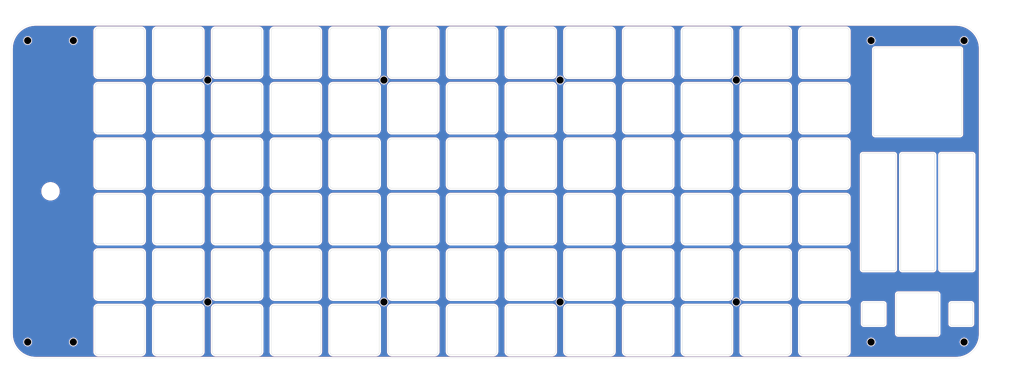
<source format=kicad_pcb>
(kicad_pcb (version 20241229) (generator "pcbnew") (generator_version "9.0")
  (layers (0 "F.Cu" signal) (2 "B.Cu" signal) (13 "F.Paste" user) (15 "B.Paste" user) (5 "F.SilkS" user "F.Silkscreen") (7 "B.SilkS" user "B.Silkscreen") (1 "F.Mask" user) (3 "B.Mask" user) (25 "Edge.Cuts" user))
  (net 0 "")
  (footprint "EUB_KeySwitches:SW_Kailh_Choc_Cutout_YushadoCap" (layer "F.Cu") (at 179.690118 48.417046)
    (property "Reference" "SWC1_8")
    (property "Value" "~")
    (fp_line (start -7.6 6.6) (end -7.6 -6.6) (stroke (width 0.1)) (layer "Edge.Cuts"))
    (fp_line (start -6.6 -7.6) (end 6.6 -7.6) (stroke (width 0.1)) (layer "Edge.Cuts"))
    (fp_line (start 6.6 7.6) (end -6.6 7.6) (stroke (width 0.1)) (layer "Edge.Cuts"))
    (fp_line (start 7.6 -6.6) (end 7.6 6.6) (stroke (width 0.1)) (layer "Edge.Cuts"))
    (fp_arc (start -7.6 -6.6) (mid -7.307107 -7.307107) (end -6.6 -7.6) (stroke (width 0.1)) (layer "Edge.Cuts"))
    (fp_arc (start -6.6 7.6) (mid -7.307107 7.307107) (end -7.6 6.6) (stroke (width 0.1)) (layer "Edge.Cuts"))
    (fp_arc (start 6.6 -7.6) (mid 7.307107 -7.307107) (end 7.6 -6.6) (stroke (width 0.1)) (layer "Edge.Cuts"))
    (fp_arc (start 7.6 6.6) (mid 7.307107 7.307107) (end 6.6 7.6) (stroke (width 0.1)) (layer "Edge.Cuts"))
  )
  (footprint "EUB_KeySwitches:SW_Kailh_Choc_Cutout_YushadoCap" (layer "F.Cu") (at 53.690118 65.417046)
    (property "Reference" "SWC2_1")
    (property "Value" "~")
    (fp_line (start -7.6 6.6) (end -7.6 -6.6) (stroke (width 0.1)) (layer "Edge.Cuts"))
    (fp_line (start -6.6 -7.6) (end 6.6 -7.6) (stroke (width 0.1)) (layer "Edge.Cuts"))
    (fp_line (start 6.6 7.6) (end -6.6 7.6) (stroke (width 0.1)) (layer "Edge.Cuts"))
    (fp_line (start 7.6 -6.6) (end 7.6 6.6) (stroke (width 0.1)) (layer "Edge.Cuts"))
    (fp_arc (start -7.6 -6.6) (mid -7.307107 -7.307107) (end -6.6 -7.6) (stroke (width 0.1)) (layer "Edge.Cuts"))
    (fp_arc (start -6.6 7.6) (mid -7.307107 7.307107) (end -7.6 6.6) (stroke (width 0.1)) (layer "Edge.Cuts"))
    (fp_arc (start 6.6 -7.6) (mid 7.307107 -7.307107) (end 7.6 -6.6) (stroke (width 0.1)) (layer "Edge.Cuts"))
    (fp_arc (start 7.6 6.6) (mid 7.307107 7.307107) (end 6.6 7.6) (stroke (width 0.1)) (layer "Edge.Cuts"))
  )
  (footprint "EUB_MountingHole:MountingHole_2.2mm_M2_jlcpcb" (layer "F.Cu") (at 21.5 137.1)
    (property "Reference" "H_Left4")
    (property "Value" "MountingHole")
    (pad "" np_thru_hole circle (at 0 0) (size 2.2 2.2) (drill 2.2) (layers "*.Mask"))
  )
  (footprint "EUB_KeySwitches:SW_Kailh_Choc_Cutout_YushadoCap" (layer "F.Cu") (at 53.690118 116.417046)
    (property "Reference" "SWC5_1")
    (property "Value" "~")
    (fp_line (start -7.6 6.6) (end -7.6 -6.6) (stroke (width 0.1)) (layer "Edge.Cuts"))
    (fp_line (start -6.6 -7.6) (end 6.6 -7.6) (stroke (width 0.1)) (layer "Edge.Cuts"))
    (fp_line (start 6.6 7.6) (end -6.6 7.6) (stroke (width 0.1)) (layer "Edge.Cuts"))
    (fp_line (start 7.6 -6.6) (end 7.6 6.6) (stroke (width 0.1)) (layer "Edge.Cuts"))
    (fp_arc (start -7.6 -6.6) (mid -7.307107 -7.307107) (end -6.6 -7.6) (stroke (width 0.1)) (layer "Edge.Cuts"))
    (fp_arc (start -6.6 7.6) (mid -7.307107 7.307107) (end -7.6 6.6) (stroke (width 0.1)) (layer "Edge.Cuts"))
    (fp_arc (start 6.6 -7.6) (mid 7.307107 -7.307107) (end 7.6 -6.6) (stroke (width 0.1)) (layer "Edge.Cuts"))
    (fp_arc (start 7.6 6.6) (mid 7.307107 7.307107) (end 6.6 7.6) (stroke (width 0.1)) (layer "Edge.Cuts"))
  )
  (footprint "EUB_KeySwitches:SW_Kailh_Choc_Cutout_YushadoCap" (layer "F.Cu") (at 161.690118 65.417046)
    (property "Reference" "SWC2_7")
    (property "Value" "~")
    (fp_line (start -7.6 6.6) (end -7.6 -6.6) (stroke (width 0.1)) (layer "Edge.Cuts"))
    (fp_line (start -6.6 -7.6) (end 6.6 -7.6) (stroke (width 0.1)) (layer "Edge.Cuts"))
    (fp_line (start 6.6 7.6) (end -6.6 7.6) (stroke (width 0.1)) (layer "Edge.Cuts"))
    (fp_line (start 7.6 -6.6) (end 7.6 6.6) (stroke (width 0.1)) (layer "Edge.Cuts"))
    (fp_arc (start -7.6 -6.6) (mid -7.307107 -7.307107) (end -6.6 -7.6) (stroke (width 0.1)) (layer "Edge.Cuts"))
    (fp_arc (start -6.6 7.6) (mid -7.307107 7.307107) (end -7.6 6.6) (stroke (width 0.1)) (layer "Edge.Cuts"))
    (fp_arc (start 6.6 -7.6) (mid 7.307107 -7.307107) (end 7.6 -6.6) (stroke (width 0.1)) (layer "Edge.Cuts"))
    (fp_arc (start 7.6 6.6) (mid 7.307107 7.307107) (end 6.6 7.6) (stroke (width 0.1)) (layer "Edge.Cuts"))
  )
  (footprint "EUB_Passives:SW_PUSH_6mm_H9.5mm_DTS65_cutout" (layer "F.Cu") (at 293.65 128.5)
    (property "Reference" "SWC3" (hide yes))
    (property "Value" "~")
    (fp_line (start -3.5 3) (end -3.5 -3) (stroke (width 0.1)) (layer "Edge.Cuts"))
    (fp_line (start -3 -3.5) (end 3 -3.5) (stroke (width 0.1)) (layer "Edge.Cuts"))
    (fp_line (start 3 3.5) (end -3 3.5) (stroke (width 0.1)) (layer "Edge.Cuts"))
    (fp_line (start 3.5 -3) (end 3.5 3) (stroke (width 0.1)) (layer "Edge.Cuts"))
    (fp_arc (start -3.5 -3) (mid -3.353553 -3.353553) (end -3 -3.5) (stroke (width 0.1)) (layer "Edge.Cuts"))
    (fp_arc (start -3 3.5) (mid -3.353553 3.353553) (end -3.5 3) (stroke (width 0.1)) (layer "Edge.Cuts"))
    (fp_arc (start 3 -3.5) (mid 3.353553 -3.353553) (end 3.5 -3) (stroke (width 0.1)) (layer "Edge.Cuts"))
    (fp_arc (start 3.5 3) (mid 3.353553 3.353553) (end 3 3.5) (stroke (width 0.1)) (layer "Edge.Cuts"))
  )
  (footprint "EUB_KeySwitches:SW_Kailh_Choc_Cutout_YushadoCap" (layer "F.Cu") (at 215.690118 116.417046)
    (property "Reference" "SWC5_10")
    (property "Value" "~")
    (fp_line (start -7.6 6.6) (end -7.6 -6.6) (stroke (width 0.1)) (layer "Edge.Cuts"))
    (fp_line (start -6.6 -7.6) (end 6.6 -7.6) (stroke (width 0.1)) (layer "Edge.Cuts"))
    (fp_line (start 6.6 7.6) (end -6.6 7.6) (stroke (width 0.1)) (layer "Edge.Cuts"))
    (fp_line (start 7.6 -6.6) (end 7.6 6.6) (stroke (width 0.1)) (layer "Edge.Cuts"))
    (fp_arc (start -7.6 -6.6) (mid -7.307107 -7.307107) (end -6.6 -7.6) (stroke (width 0.1)) (layer "Edge.Cuts"))
    (fp_arc (start -6.6 7.6) (mid -7.307107 7.307107) (end -7.6 6.6) (stroke (width 0.1)) (layer "Edge.Cuts"))
    (fp_arc (start 6.6 -7.6) (mid 7.307107 -7.307107) (end 7.6 -6.6) (stroke (width 0.1)) (layer "Edge.Cuts"))
    (fp_arc (start 7.6 6.6) (mid 7.307107 7.307107) (end 6.6 7.6) (stroke (width 0.1)) (layer "Edge.Cuts"))
  )
  (footprint "EUB_KeySwitches:SW_Kailh_Choc_Cutout_YushadoCap" (layer "F.Cu") (at 35.690118 48.417046)
    (property "Reference" "SWC1_0")
    (property "Value" "~")
    (fp_line (start -7.6 6.6) (end -7.6 -6.6) (stroke (width 0.1)) (layer "Edge.Cuts"))
    (fp_line (start -6.6 -7.6) (end 6.6 -7.6) (stroke (width 0.1)) (layer "Edge.Cuts"))
    (fp_line (start 6.6 7.6) (end -6.6 7.6) (stroke (width 0.1)) (layer "Edge.Cuts"))
    (fp_line (start 7.6 -6.6) (end 7.6 6.6) (stroke (width 0.1)) (layer "Edge.Cuts"))
    (fp_arc (start -7.6 -6.6) (mid -7.307107 -7.307107) (end -6.6 -7.6) (stroke (width 0.1)) (layer "Edge.Cuts"))
    (fp_arc (start -6.6 7.6) (mid -7.307107 7.307107) (end -7.6 6.6) (stroke (width 0.1)) (layer "Edge.Cuts"))
    (fp_arc (start 6.6 -7.6) (mid 7.307107 -7.307107) (end 7.6 -6.6) (stroke (width 0.1)) (layer "Edge.Cuts"))
    (fp_arc (start 7.6 6.6) (mid 7.307107 7.307107) (end 6.6 7.6) (stroke (width 0.1)) (layer "Edge.Cuts"))
  )
  (footprint "EUB_Passives:Potentiometer_Slider_AliExpress_10k_35mm_Hole" (layer "F.Cu") (at 268.26 97.27 90)
    (property "Reference" "RVC1" (hide yes))
    (property "Value" "~")
    (fp_line (start -17.5 -5.25) (end 17.5 -5.25) (stroke (width 0.1)) (layer "Edge.Cuts"))
    (fp_line (start 18 -4.75) (end 18 4.75) (stroke (width 0.1)) (layer "Edge.Cuts"))
    (fp_line (start -18 4.75) (end -18 -4.75) (stroke (width 0.1)) (layer "Edge.Cuts"))
    (fp_line (start 17.5 5.25) (end -17.5 5.25) (stroke (width 0.1)) (layer "Edge.Cuts"))
    (fp_arc (start 17.5 -5.25) (mid 17.853553 -5.103553) (end 18 -4.75) (stroke (width 0.1)) (layer "Edge.Cuts"))
    (fp_arc (start -18 -4.75) (mid -17.853553 -5.103553) (end -17.5 -5.25) (stroke (width 0.1)) (layer "Edge.Cuts"))
    (fp_arc (start 18 4.75) (mid 17.853553 5.103553) (end 17.5 5.25) (stroke (width 0.1)) (layer "Edge.Cuts"))
    (fp_arc (start -17.5 5.25) (mid -17.853553 5.103553) (end -18 4.75) (stroke (width 0.1)) (layer "Edge.Cuts"))
  )
  (footprint "EUB_MountingHole:MountingHole_2.2mm_M2_jlcpcb" (layer "F.Cu") (at 294.5 44.7)
    (property "Reference" "H_Right2")
    (property "Value" "MountingHole")
    (pad "" np_thru_hole circle (at 0 0) (size 2.2 2.2) (drill 2.2) (layers "*.Mask"))
  )
  (footprint "EUB_KeySwitches:SW_Kailh_Choc_Cutout_YushadoCap" (layer "F.Cu") (at 35.690118 116.417046)
    (property "Reference" "SWC5_0")
    (property "Value" "~")
    (fp_line (start -7.6 6.6) (end -7.6 -6.6) (stroke (width 0.1)) (layer "Edge.Cuts"))
    (fp_line (start -6.6 -7.6) (end 6.6 -7.6) (stroke (width 0.1)) (layer "Edge.Cuts"))
    (fp_line (start 6.6 7.6) (end -6.6 7.6) (stroke (width 0.1)) (layer "Edge.Cuts"))
    (fp_line (start 7.6 -6.6) (end 7.6 6.6) (stroke (width 0.1)) (layer "Edge.Cuts"))
    (fp_arc (start -7.6 -6.6) (mid -7.307107 -7.307107) (end -6.6 -7.6) (stroke (width 0.1)) (layer "Edge.Cuts"))
    (fp_arc (start -6.6 7.6) (mid -7.307107 7.307107) (end -7.6 6.6) (stroke (width 0.1)) (layer "Edge.Cuts"))
    (fp_arc (start 6.6 -7.6) (mid 7.307107 -7.307107) (end 7.6 -6.6) (stroke (width 0.1)) (layer "Edge.Cuts"))
    (fp_arc (start 7.6 6.6) (mid 7.307107 7.307107) (end 6.6 7.6) (stroke (width 0.1)) (layer "Edge.Cuts"))
  )
  (footprint "EUB_KeySwitches:SW_Kailh_Choc_Cutout_YushadoCap" (layer "F.Cu") (at 53.690118 82.417046)
    (property "Reference" "SWC3_1")
    (property "Value" "~")
    (fp_line (start -7.6 6.6) (end -7.6 -6.6) (stroke (width 0.1)) (layer "Edge.Cuts"))
    (fp_line (start -6.6 -7.6) (end 6.6 -7.6) (stroke (width 0.1)) (layer "Edge.Cuts"))
    (fp_line (start 6.6 7.6) (end -6.6 7.6) (stroke (width 0.1)) (layer "Edge.Cuts"))
    (fp_line (start 7.6 -6.6) (end 7.6 6.6) (stroke (width 0.1)) (layer "Edge.Cuts"))
    (fp_arc (start -7.6 -6.6) (mid -7.307107 -7.307107) (end -6.6 -7.6) (stroke (width 0.1)) (layer "Edge.Cuts"))
    (fp_arc (start -6.6 7.6) (mid -7.307107 7.307107) (end -7.6 6.6) (stroke (width 0.1)) (layer "Edge.Cuts"))
    (fp_arc (start 6.6 -7.6) (mid 7.307107 -7.307107) (end 7.6 -6.6) (stroke (width 0.1)) (layer "Edge.Cuts"))
    (fp_arc (start 7.6 6.6) (mid 7.307107 7.307107) (end 6.6 7.6) (stroke (width 0.1)) (layer "Edge.Cuts"))
  )
  (footprint "EUB_KeySwitches:SW_Kailh_Choc_Cutout_YushadoCap" (layer "F.Cu") (at 143.690118 82.417046)
    (property "Reference" "SWC3_6")
    (property "Value" "~")
    (fp_line (start -7.6 6.6) (end -7.6 -6.6) (stroke (width 0.1)) (layer "Edge.Cuts"))
    (fp_line (start -6.6 -7.6) (end 6.6 -7.6) (stroke (width 0.1)) (layer "Edge.Cuts"))
    (fp_line (start 6.6 7.6) (end -6.6 7.6) (stroke (width 0.1)) (layer "Edge.Cuts"))
    (fp_line (start 7.6 -6.6) (end 7.6 6.6) (stroke (width 0.1)) (layer "Edge.Cuts"))
    (fp_arc (start -7.6 -6.6) (mid -7.307107 -7.307107) (end -6.6 -7.6) (stroke (width 0.1)) (layer "Edge.Cuts"))
    (fp_arc (start -6.6 7.6) (mid -7.307107 7.307107) (end -7.6 6.6) (stroke (width 0.1)) (layer "Edge.Cuts"))
    (fp_arc (start 6.6 -7.6) (mid 7.307107 -7.307107) (end 7.6 -6.6) (stroke (width 0.1)) (layer "Edge.Cuts"))
    (fp_arc (start 7.6 6.6) (mid 7.307107 7.307107) (end 6.6 7.6) (stroke (width 0.1)) (layer "Edge.Cuts"))
  )
  (footprint "EUB_KeySwitches:SW_Kailh_Choc_Cutout_YushadoCap" (layer "F.Cu") (at 161.690118 48.417046)
    (property "Reference" "SWC1_7")
    (property "Value" "~")
    (fp_line (start -7.6 6.6) (end -7.6 -6.6) (stroke (width 0.1)) (layer "Edge.Cuts"))
    (fp_line (start -6.6 -7.6) (end 6.6 -7.6) (stroke (width 0.1)) (layer "Edge.Cuts"))
    (fp_line (start 6.6 7.6) (end -6.6 7.6) (stroke (width 0.1)) (layer "Edge.Cuts"))
    (fp_line (start 7.6 -6.6) (end 7.6 6.6) (stroke (width 0.1)) (layer "Edge.Cuts"))
    (fp_arc (start -7.6 -6.6) (mid -7.307107 -7.307107) (end -6.6 -7.6) (stroke (width 0.1)) (layer "Edge.Cuts"))
    (fp_arc (start -6.6 7.6) (mid -7.307107 7.307107) (end -7.6 6.6) (stroke (width 0.1)) (layer "Edge.Cuts"))
    (fp_arc (start 6.6 -7.6) (mid 7.307107 -7.307107) (end 7.6 -6.6) (stroke (width 0.1)) (layer "Edge.Cuts"))
    (fp_arc (start 7.6 6.6) (mid 7.307107 7.307107) (end 6.6 7.6) (stroke (width 0.1)) (layer "Edge.Cuts"))
  )
  (footprint "EUB_KeySwitches:SW_Kailh_Choc_Cutout_YushadoCap" (layer "F.Cu") (at 107.690118 116.417046)
    (property "Reference" "SWC5_4")
    (property "Value" "~")
    (fp_line (start -7.6 6.6) (end -7.6 -6.6) (stroke (width 0.1)) (layer "Edge.Cuts"))
    (fp_line (start -6.6 -7.6) (end 6.6 -7.6) (stroke (width 0.1)) (layer "Edge.Cuts"))
    (fp_line (start 6.6 7.6) (end -6.6 7.6) (stroke (width 0.1)) (layer "Edge.Cuts"))
    (fp_line (start 7.6 -6.6) (end 7.6 6.6) (stroke (width 0.1)) (layer "Edge.Cuts"))
    (fp_arc (start -7.6 -6.6) (mid -7.307107 -7.307107) (end -6.6 -7.6) (stroke (width 0.1)) (layer "Edge.Cuts"))
    (fp_arc (start -6.6 7.6) (mid -7.307107 7.307107) (end -7.6 6.6) (stroke (width 0.1)) (layer "Edge.Cuts"))
    (fp_arc (start 6.6 -7.6) (mid 7.307107 -7.307107) (end 7.6 -6.6) (stroke (width 0.1)) (layer "Edge.Cuts"))
    (fp_arc (start 7.6 6.6) (mid 7.307107 7.307107) (end 6.6 7.6) (stroke (width 0.1)) (layer "Edge.Cuts"))
  )
  (footprint "EUB_KeySwitches:SW_Kailh_Choc_Cutout_YushadoCap" (layer "F.Cu") (at 107.690118 99.417046)
    (property "Reference" "SWC4_4")
    (property "Value" "~")
    (fp_line (start -7.6 6.6) (end -7.6 -6.6) (stroke (width 0.1)) (layer "Edge.Cuts"))
    (fp_line (start -6.6 -7.6) (end 6.6 -7.6) (stroke (width 0.1)) (layer "Edge.Cuts"))
    (fp_line (start 6.6 7.6) (end -6.6 7.6) (stroke (width 0.1)) (layer "Edge.Cuts"))
    (fp_line (start 7.6 -6.6) (end 7.6 6.6) (stroke (width 0.1)) (layer "Edge.Cuts"))
    (fp_arc (start -7.6 -6.6) (mid -7.307107 -7.307107) (end -6.6 -7.6) (stroke (width 0.1)) (layer "Edge.Cuts"))
    (fp_arc (start -6.6 7.6) (mid -7.307107 7.307107) (end -7.6 6.6) (stroke (width 0.1)) (layer "Edge.Cuts"))
    (fp_arc (start 6.6 -7.6) (mid 7.307107 -7.307107) (end 7.6 -6.6) (stroke (width 0.1)) (layer "Edge.Cuts"))
    (fp_arc (start 7.6 6.6) (mid 7.307107 7.307107) (end 6.6 7.6) (stroke (width 0.1)) (layer "Edge.Cuts"))
  )
  (footprint "EUB_KeySwitches:SW_Kailh_Choc_Cutout_YushadoCap" (layer "F.Cu") (at 215.690118 133.417046)
    (property "Reference" "SWC6_10")
    (property "Value" "~")
    (fp_line (start -7.6 6.6) (end -7.6 -6.6) (stroke (width 0.1)) (layer "Edge.Cuts"))
    (fp_line (start -6.6 -7.6) (end 6.6 -7.6) (stroke (width 0.1)) (layer "Edge.Cuts"))
    (fp_line (start 6.6 7.6) (end -6.6 7.6) (stroke (width 0.1)) (layer "Edge.Cuts"))
    (fp_line (start 7.6 -6.6) (end 7.6 6.6) (stroke (width 0.1)) (layer "Edge.Cuts"))
    (fp_arc (start -7.6 -6.6) (mid -7.307107 -7.307107) (end -6.6 -7.6) (stroke (width 0.1)) (layer "Edge.Cuts"))
    (fp_arc (start -6.6 7.6) (mid -7.307107 7.307107) (end -7.6 6.6) (stroke (width 0.1)) (layer "Edge.Cuts"))
    (fp_arc (start 6.6 -7.6) (mid 7.307107 -7.307107) (end 7.6 -6.6) (stroke (width 0.1)) (layer "Edge.Cuts"))
    (fp_arc (start 7.6 6.6) (mid 7.307107 7.307107) (end 6.6 7.6) (stroke (width 0.1)) (layer "Edge.Cuts"))
  )
  (footprint "EUB_KeySwitches:SW_Kailh_Choc_Cutout_YushadoCap" (layer "F.Cu") (at 71.690118 48.417046)
    (property "Reference" "SWC1_2")
    (property "Value" "~")
    (fp_line (start -7.6 6.6) (end -7.6 -6.6) (stroke (width 0.1)) (layer "Edge.Cuts"))
    (fp_line (start -6.6 -7.6) (end 6.6 -7.6) (stroke (width 0.1)) (layer "Edge.Cuts"))
    (fp_line (start 6.6 7.6) (end -6.6 7.6) (stroke (width 0.1)) (layer "Edge.Cuts"))
    (fp_line (start 7.6 -6.6) (end 7.6 6.6) (stroke (width 0.1)) (layer "Edge.Cuts"))
    (fp_arc (start -7.6 -6.6) (mid -7.307107 -7.307107) (end -6.6 -7.6) (stroke (width 0.1)) (layer "Edge.Cuts"))
    (fp_arc (start -6.6 7.6) (mid -7.307107 7.307107) (end -7.6 6.6) (stroke (width 0.1)) (layer "Edge.Cuts"))
    (fp_arc (start 6.6 -7.6) (mid 7.307107 -7.307107) (end 7.6 -6.6) (stroke (width 0.1)) (layer "Edge.Cuts"))
    (fp_arc (start 7.6 6.6) (mid 7.307107 7.307107) (end 6.6 7.6) (stroke (width 0.1)) (layer "Edge.Cuts"))
  )
  (footprint "EUB_KeySwitches:SW_Kailh_Choc_Cutout_YushadoCap" (layer "F.Cu") (at 251.690118 133.417046)
    (property "Reference" "SWC6_12")
    (property "Value" "~")
    (fp_line (start -7.6 6.6) (end -7.6 -6.6) (stroke (width 0.1)) (layer "Edge.Cuts"))
    (fp_line (start -6.6 -7.6) (end 6.6 -7.6) (stroke (width 0.1)) (layer "Edge.Cuts"))
    (fp_line (start 6.6 7.6) (end -6.6 7.6) (stroke (width 0.1)) (layer "Edge.Cuts"))
    (fp_line (start 7.6 -6.6) (end 7.6 6.6) (stroke (width 0.1)) (layer "Edge.Cuts"))
    (fp_arc (start -7.6 -6.6) (mid -7.307107 -7.307107) (end -6.6 -7.6) (stroke (width 0.1)) (layer "Edge.Cuts"))
    (fp_arc (start -6.6 7.6) (mid -7.307107 7.307107) (end -7.6 6.6) (stroke (width 0.1)) (layer "Edge.Cuts"))
    (fp_arc (start 6.6 -7.6) (mid 7.307107 -7.307107) (end 7.6 -6.6) (stroke (width 0.1)) (layer "Edge.Cuts"))
    (fp_arc (start 7.6 6.6) (mid 7.307107 7.307107) (end 6.6 7.6) (stroke (width 0.1)) (layer "Edge.Cuts"))
  )
  (footprint "EUB_MountingHole:MountingHole_2.2mm_M2_jlcpcb" (layer "F.Cu") (at 224.690118 124.817046)
    (property "Reference" "H_Center8")
    (property "Value" "MountingHole")
    (pad "" np_thru_hole circle (at 0 0) (size 2.2 2.2) (drill 2.2) (layers "*.Mask"))
  )
  (footprint "EUB_KeySwitches:SW_Kailh_Choc_Cutout_YushadoCap" (layer "F.Cu") (at 233.690118 99.417046)
    (property "Reference" "SWC4_11")
    (property "Value" "~")
    (fp_line (start -7.6 6.6) (end -7.6 -6.6) (stroke (width 0.1)) (layer "Edge.Cuts"))
    (fp_line (start -6.6 -7.6) (end 6.6 -7.6) (stroke (width 0.1)) (layer "Edge.Cuts"))
    (fp_line (start 6.6 7.6) (end -6.6 7.6) (stroke (width 0.1)) (layer "Edge.Cuts"))
    (fp_line (start 7.6 -6.6) (end 7.6 6.6) (stroke (width 0.1)) (layer "Edge.Cuts"))
    (fp_arc (start -7.6 -6.6) (mid -7.307107 -7.307107) (end -6.6 -7.6) (stroke (width 0.1)) (layer "Edge.Cuts"))
    (fp_arc (start -6.6 7.6) (mid -7.307107 7.307107) (end -7.6 6.6) (stroke (width 0.1)) (layer "Edge.Cuts"))
    (fp_arc (start 6.6 -7.6) (mid 7.307107 -7.307107) (end 7.6 -6.6) (stroke (width 0.1)) (layer "Edge.Cuts"))
    (fp_arc (start 7.6 6.6) (mid 7.307107 7.307107) (end 6.6 7.6) (stroke (width 0.1)) (layer "Edge.Cuts"))
  )
  (footprint "EUB_KeySwitches:SW_Kailh_Choc_Cutout_YushadoCap" (layer "F.Cu") (at 197.690118 99.417046)
    (property "Reference" "SWC4_9")
    (property "Value" "~")
    (fp_line (start -7.6 6.6) (end -7.6 -6.6) (stroke (width 0.1)) (layer "Edge.Cuts"))
    (fp_line (start -6.6 -7.6) (end 6.6 -7.6) (stroke (width 0.1)) (layer "Edge.Cuts"))
    (fp_line (start 6.6 7.6) (end -6.6 7.6) (stroke (width 0.1)) (layer "Edge.Cuts"))
    (fp_line (start 7.6 -6.6) (end 7.6 6.6) (stroke (width 0.1)) (layer "Edge.Cuts"))
    (fp_arc (start -7.6 -6.6) (mid -7.307107 -7.307107) (end -6.6 -7.6) (stroke (width 0.1)) (layer "Edge.Cuts"))
    (fp_arc (start -6.6 7.6) (mid -7.307107 7.307107) (end -7.6 6.6) (stroke (width 0.1)) (layer "Edge.Cuts"))
    (fp_arc (start 6.6 -7.6) (mid 7.307107 -7.307107) (end 7.6 -6.6) (stroke (width 0.1)) (layer "Edge.Cuts"))
    (fp_arc (start 7.6 6.6) (mid 7.307107 7.307107) (end 6.6 7.6) (stroke (width 0.1)) (layer "Edge.Cuts"))
  )
  (footprint "EUB_KeySwitches:SW_Kailh_Choc_Cutout_YushadoCap" (layer "F.Cu") (at 125.690118 65.417046)
    (property "Reference" "SWC2_5")
    (property "Value" "~")
    (fp_line (start -7.6 6.6) (end -7.6 -6.6) (stroke (width 0.1)) (layer "Edge.Cuts"))
    (fp_line (start -6.6 -7.6) (end 6.6 -7.6) (stroke (width 0.1)) (layer "Edge.Cuts"))
    (fp_line (start 6.6 7.6) (end -6.6 7.6) (stroke (width 0.1)) (layer "Edge.Cuts"))
    (fp_line (start 7.6 -6.6) (end 7.6 6.6) (stroke (width 0.1)) (layer "Edge.Cuts"))
    (fp_arc (start -7.6 -6.6) (mid -7.307107 -7.307107) (end -6.6 -7.6) (stroke (width 0.1)) (layer "Edge.Cuts"))
    (fp_arc (start -6.6 7.6) (mid -7.307107 7.307107) (end -7.6 6.6) (stroke (width 0.1)) (layer "Edge.Cuts"))
    (fp_arc (start 6.6 -7.6) (mid 7.307107 -7.307107) (end 7.6 -6.6) (stroke (width 0.1)) (layer "Edge.Cuts"))
    (fp_arc (start 7.6 6.6) (mid 7.307107 7.307107) (end 6.6 7.6) (stroke (width 0.1)) (layer "Edge.Cuts"))
  )
  (footprint "EUB_MountingHole:MountingHole_2.2mm_M2_jlcpcb" (layer "F.Cu") (at 116.690118 56.817046)
    (property "Reference" "H_Center2")
    (property "Value" "MountingHole")
    (pad "" np_thru_hole circle (at 0 0) (size 2.2 2.2) (drill 2.2) (layers "*.Mask"))
  )
  (footprint "EUB_MountingHole:MountingHole_2.2mm_M2_jlcpcb" (layer "F.Cu") (at 7.5 44.7)
    (property "Reference" "H_Left1")
    (property "Value" "MountingHole")
    (pad "" np_thru_hole circle (at 0 0) (size 2.2 2.2) (drill 2.2) (layers "*.Mask"))
  )
  (footprint "EUB_KeySwitches:SW_Kailh_Choc_Cutout_YushadoCap" (layer "F.Cu") (at 251.690118 116.417046)
    (property "Reference" "SWC5_12")
    (property "Value" "~")
    (fp_line (start -7.6 6.6) (end -7.6 -6.6) (stroke (width 0.1)) (layer "Edge.Cuts"))
    (fp_line (start -6.6 -7.6) (end 6.6 -7.6) (stroke (width 0.1)) (layer "Edge.Cuts"))
    (fp_line (start 6.6 7.6) (end -6.6 7.6) (stroke (width 0.1)) (layer "Edge.Cuts"))
    (fp_line (start 7.6 -6.6) (end 7.6 6.6) (stroke (width 0.1)) (layer "Edge.Cuts"))
    (fp_arc (start -7.6 -6.6) (mid -7.307107 -7.307107) (end -6.6 -7.6) (stroke (width 0.1)) (layer "Edge.Cuts"))
    (fp_arc (start -6.6 7.6) (mid -7.307107 7.307107) (end -7.6 6.6) (stroke (width 0.1)) (layer "Edge.Cuts"))
    (fp_arc (start 6.6 -7.6) (mid 7.307107 -7.307107) (end 7.6 -6.6) (stroke (width 0.1)) (layer "Edge.Cuts"))
    (fp_arc (start 7.6 6.6) (mid 7.307107 7.307107) (end 6.6 7.6) (stroke (width 0.1)) (layer "Edge.Cuts"))
  )
  (footprint "EUB_KeySwitches:SW_Kailh_Choc_Cutout_YushadoCap" (layer "F.Cu") (at 233.690118 82.417046)
    (property "Reference" "SWC3_11")
    (property "Value" "~")
    (fp_line (start -7.6 6.6) (end -7.6 -6.6) (stroke (width 0.1)) (layer "Edge.Cuts"))
    (fp_line (start -6.6 -7.6) (end 6.6 -7.6) (stroke (width 0.1)) (layer "Edge.Cuts"))
    (fp_line (start 6.6 7.6) (end -6.6 7.6) (stroke (width 0.1)) (layer "Edge.Cuts"))
    (fp_line (start 7.6 -6.6) (end 7.6 6.6) (stroke (width 0.1)) (layer "Edge.Cuts"))
    (fp_arc (start -7.6 -6.6) (mid -7.307107 -7.307107) (end -6.6 -7.6) (stroke (width 0.1)) (layer "Edge.Cuts"))
    (fp_arc (start -6.6 7.6) (mid -7.307107 7.307107) (end -7.6 6.6) (stroke (width 0.1)) (layer "Edge.Cuts"))
    (fp_arc (start 6.6 -7.6) (mid 7.307107 -7.307107) (end 7.6 -6.6) (stroke (width 0.1)) (layer "Edge.Cuts"))
    (fp_arc (start 7.6 6.6) (mid 7.307107 7.307107) (end 6.6 7.6) (stroke (width 0.1)) (layer "Edge.Cuts"))
  )
  (footprint "EUB_KeySwitches:SW_Kailh_Choc_Cutout_YushadoCap" (layer "F.Cu") (at 215.690118 82.417046)
    (property "Reference" "SWC3_10")
    (property "Value" "~")
    (fp_line (start -7.6 6.6) (end -7.6 -6.6) (stroke (width 0.1)) (layer "Edge.Cuts"))
    (fp_line (start -6.6 -7.6) (end 6.6 -7.6) (stroke (width 0.1)) (layer "Edge.Cuts"))
    (fp_line (start 6.6 7.6) (end -6.6 7.6) (stroke (width 0.1)) (layer "Edge.Cuts"))
    (fp_line (start 7.6 -6.6) (end 7.6 6.6) (stroke (width 0.1)) (layer "Edge.Cuts"))
    (fp_arc (start -7.6 -6.6) (mid -7.307107 -7.307107) (end -6.6 -7.6) (stroke (width 0.1)) (layer "Edge.Cuts"))
    (fp_arc (start -6.6 7.6) (mid -7.307107 7.307107) (end -7.6 6.6) (stroke (width 0.1)) (layer "Edge.Cuts"))
    (fp_arc (start 6.6 -7.6) (mid 7.307107 -7.307107) (end 7.6 -6.6) (stroke (width 0.1)) (layer "Edge.Cuts"))
    (fp_arc (start 7.6 6.6) (mid 7.307107 7.307107) (end 6.6 7.6) (stroke (width 0.1)) (layer "Edge.Cuts"))
  )
  (footprint "EUB_KeySwitches:SW_Kailh_Choc_Cutout_YushadoCap" (layer "F.Cu") (at 107.690118 65.417046)
    (property "Reference" "SWC2_4")
    (property "Value" "~")
    (fp_line (start -7.6 6.6) (end -7.6 -6.6) (stroke (width 0.1)) (layer "Edge.Cuts"))
    (fp_line (start -6.6 -7.6) (end 6.6 -7.6) (stroke (width 0.1)) (layer "Edge.Cuts"))
    (fp_line (start 6.6 7.6) (end -6.6 7.6) (stroke (width 0.1)) (layer "Edge.Cuts"))
    (fp_line (start 7.6 -6.6) (end 7.6 6.6) (stroke (width 0.1)) (layer "Edge.Cuts"))
    (fp_arc (start -7.6 -6.6) (mid -7.307107 -7.307107) (end -6.6 -7.6) (stroke (width 0.1)) (layer "Edge.Cuts"))
    (fp_arc (start -6.6 7.6) (mid -7.307107 7.307107) (end -7.6 6.6) (stroke (width 0.1)) (layer "Edge.Cuts"))
    (fp_arc (start 6.6 -7.6) (mid 7.307107 -7.307107) (end 7.6 -6.6) (stroke (width 0.1)) (layer "Edge.Cuts"))
    (fp_arc (start 7.6 6.6) (mid 7.307107 7.307107) (end 6.6 7.6) (stroke (width 0.1)) (layer "Edge.Cuts"))
  )
  (footprint "EUB_MountingHole:MountingHole_2.2mm_M2_jlcpcb" (layer "F.Cu") (at 62.690118 56.817046)
    (property "Reference" "H_Center1")
    (property "Value" "MountingHole")
    (pad "" np_thru_hole circle (at 0 0) (size 2.2 2.2) (drill 2.2) (layers "*.Mask"))
  )
  (footprint "EUB_KeySwitches:SW_Kailh_Choc_Cutout_YushadoCap" (layer "F.Cu") (at 107.690118 48.417046)
    (property "Reference" "SWC1_4")
    (property "Value" "~")
    (fp_line (start -7.6 6.6) (end -7.6 -6.6) (stroke (width 0.1)) (layer "Edge.Cuts"))
    (fp_line (start -6.6 -7.6) (end 6.6 -7.6) (stroke (width 0.1)) (layer "Edge.Cuts"))
    (fp_line (start 6.6 7.6) (end -6.6 7.6) (stroke (width 0.1)) (layer "Edge.Cuts"))
    (fp_line (start 7.6 -6.6) (end 7.6 6.6) (stroke (width 0.1)) (layer "Edge.Cuts"))
    (fp_arc (start -7.6 -6.6) (mid -7.307107 -7.307107) (end -6.6 -7.6) (stroke (width 0.1)) (layer "Edge.Cuts"))
    (fp_arc (start -6.6 7.6) (mid -7.307107 7.307107) (end -7.6 6.6) (stroke (width 0.1)) (layer "Edge.Cuts"))
    (fp_arc (start 6.6 -7.6) (mid 7.307107 -7.307107) (end 7.6 -6.6) (stroke (width 0.1)) (layer "Edge.Cuts"))
    (fp_arc (start 7.6 6.6) (mid 7.307107 7.307107) (end 6.6 7.6) (stroke (width 0.1)) (layer "Edge.Cuts"))
  )
  (footprint "EUB_KeySwitches:SW_Kailh_Choc_Cutout_YushadoCap" (layer "F.Cu") (at 161.690118 133.417046)
    (property "Reference" "SWC6_7")
    (property "Value" "~")
    (fp_line (start -7.6 6.6) (end -7.6 -6.6) (stroke (width 0.1)) (layer "Edge.Cuts"))
    (fp_line (start -6.6 -7.6) (end 6.6 -7.6) (stroke (width 0.1)) (layer "Edge.Cuts"))
    (fp_line (start 6.6 7.6) (end -6.6 7.6) (stroke (width 0.1)) (layer "Edge.Cuts"))
    (fp_line (start 7.6 -6.6) (end 7.6 6.6) (stroke (width 0.1)) (layer "Edge.Cuts"))
    (fp_arc (start -7.6 -6.6) (mid -7.307107 -7.307107) (end -6.6 -7.6) (stroke (width 0.1)) (layer "Edge.Cuts"))
    (fp_arc (start -6.6 7.6) (mid -7.307107 7.307107) (end -7.6 6.6) (stroke (width 0.1)) (layer "Edge.Cuts"))
    (fp_arc (start 6.6 -7.6) (mid 7.307107 -7.307107) (end 7.6 -6.6) (stroke (width 0.1)) (layer "Edge.Cuts"))
    (fp_arc (start 7.6 6.6) (mid 7.307107 7.307107) (end 6.6 7.6) (stroke (width 0.1)) (layer "Edge.Cuts"))
  )
  (footprint "EUB_KeySwitches:SW_Kailh_Choc_Cutout_YushadoCap" (layer "F.Cu") (at 35.690118 82.417046)
    (property "Reference" "SWC3_0")
    (property "Value" "~")
    (fp_line (start -7.6 6.6) (end -7.6 -6.6) (stroke (width 0.1)) (layer "Edge.Cuts"))
    (fp_line (start -6.6 -7.6) (end 6.6 -7.6) (stroke (width 0.1)) (layer "Edge.Cuts"))
    (fp_line (start 6.6 7.6) (end -6.6 7.6) (stroke (width 0.1)) (layer "Edge.Cuts"))
    (fp_line (start 7.6 -6.6) (end 7.6 6.6) (stroke (width 0.1)) (layer "Edge.Cuts"))
    (fp_arc (start -7.6 -6.6) (mid -7.307107 -7.307107) (end -6.6 -7.6) (stroke (width 0.1)) (layer "Edge.Cuts"))
    (fp_arc (start -6.6 7.6) (mid -7.307107 7.307107) (end -7.6 6.6) (stroke (width 0.1)) (layer "Edge.Cuts"))
    (fp_arc (start 6.6 -7.6) (mid 7.307107 -7.307107) (end 7.6 -6.6) (stroke (width 0.1)) (layer "Edge.Cuts"))
    (fp_arc (start 7.6 6.6) (mid 7.307107 7.307107) (end 6.6 7.6) (stroke (width 0.1)) (layer "Edge.Cuts"))
  )
  (footprint "EUB_KeySwitches:SW_Kailh_Choc_Cutout_YushadoCap" (layer "F.Cu") (at 197.690118 48.417046)
    (property "Reference" "SWC1_9")
    (property "Value" "~")
    (fp_line (start -7.6 6.6) (end -7.6 -6.6) (stroke (width 0.1)) (layer "Edge.Cuts"))
    (fp_line (start -6.6 -7.6) (end 6.6 -7.6) (stroke (width 0.1)) (layer "Edge.Cuts"))
    (fp_line (start 6.6 7.6) (end -6.6 7.6) (stroke (width 0.1)) (layer "Edge.Cuts"))
    (fp_line (start 7.6 -6.6) (end 7.6 6.6) (stroke (width 0.1)) (layer "Edge.Cuts"))
    (fp_arc (start -7.6 -6.6) (mid -7.307107 -7.307107) (end -6.6 -7.6) (stroke (width 0.1)) (layer "Edge.Cuts"))
    (fp_arc (start -6.6 7.6) (mid -7.307107 7.307107) (end -7.6 6.6) (stroke (width 0.1)) (layer "Edge.Cuts"))
    (fp_arc (start 6.6 -7.6) (mid 7.307107 -7.307107) (end 7.6 -6.6) (stroke (width 0.1)) (layer "Edge.Cuts"))
    (fp_arc (start 7.6 6.6) (mid 7.307107 7.307107) (end 6.6 7.6) (stroke (width 0.1)) (layer "Edge.Cuts"))
  )
  (footprint "EUB_KeySwitches:SW_Kailh_Choc_Cutout_YushadoCap" (layer "F.Cu") (at 179.690118 99.417046)
    (property "Reference" "SWC4_8")
    (property "Value" "~")
    (fp_line (start -7.6 6.6) (end -7.6 -6.6) (stroke (width 0.1)) (layer "Edge.Cuts"))
    (fp_line (start -6.6 -7.6) (end 6.6 -7.6) (stroke (width 0.1)) (layer "Edge.Cuts"))
    (fp_line (start 6.6 7.6) (end -6.6 7.6) (stroke (width 0.1)) (layer "Edge.Cuts"))
    (fp_line (start 7.6 -6.6) (end 7.6 6.6) (stroke (width 0.1)) (layer "Edge.Cuts"))
    (fp_arc (start -7.6 -6.6) (mid -7.307107 -7.307107) (end -6.6 -7.6) (stroke (width 0.1)) (layer "Edge.Cuts"))
    (fp_arc (start -6.6 7.6) (mid -7.307107 7.307107) (end -7.6 6.6) (stroke (width 0.1)) (layer "Edge.Cuts"))
    (fp_arc (start 6.6 -7.6) (mid 7.307107 -7.307107) (end 7.6 -6.6) (stroke (width 0.1)) (layer "Edge.Cuts"))
    (fp_arc (start 7.6 6.6) (mid 7.307107 7.307107) (end 6.6 7.6) (stroke (width 0.1)) (layer "Edge.Cuts"))
  )
  (footprint "EUB_KeySwitches:SW_Kailh_Choc_Cutout_YushadoCap" (layer "F.Cu") (at 53.690118 133.417046)
    (property "Reference" "SWC6_1")
    (property "Value" "~")
    (fp_line (start -7.6 6.6) (end -7.6 -6.6) (stroke (width 0.1)) (layer "Edge.Cuts"))
    (fp_line (start -6.6 -7.6) (end 6.6 -7.6) (stroke (width 0.1)) (layer "Edge.Cuts"))
    (fp_line (start 6.6 7.6) (end -6.6 7.6) (stroke (width 0.1)) (layer "Edge.Cuts"))
    (fp_line (start 7.6 -6.6) (end 7.6 6.6) (stroke (width 0.1)) (layer "Edge.Cuts"))
    (fp_arc (start -7.6 -6.6) (mid -7.307107 -7.307107) (end -6.6 -7.6) (stroke (width 0.1)) (layer "Edge.Cuts"))
    (fp_arc (start -6.6 7.6) (mid -7.307107 7.307107) (end -7.6 6.6) (stroke (width 0.1)) (layer "Edge.Cuts"))
    (fp_arc (start 6.6 -7.6) (mid 7.307107 -7.307107) (end 7.6 -6.6) (stroke (width 0.1)) (layer "Edge.Cuts"))
    (fp_arc (start 7.6 6.6) (mid 7.307107 7.307107) (end 6.6 7.6) (stroke (width 0.1)) (layer "Edge.Cuts"))
  )
  (footprint "EUB_KeySwitches:SW_Kailh_Choc_Cutout_YushadoCap" (layer "F.Cu") (at 161.690118 82.417046)
    (property "Reference" "SWC3_7")
    (property "Value" "~")
    (fp_line (start -7.6 6.6) (end -7.6 -6.6) (stroke (width 0.1)) (layer "Edge.Cuts"))
    (fp_line (start -6.6 -7.6) (end 6.6 -7.6) (stroke (width 0.1)) (layer "Edge.Cuts"))
    (fp_line (start 6.6 7.6) (end -6.6 7.6) (stroke (width 0.1)) (layer "Edge.Cuts"))
    (fp_line (start 7.6 -6.6) (end 7.6 6.6) (stroke (width 0.1)) (layer "Edge.Cuts"))
    (fp_arc (start -7.6 -6.6) (mid -7.307107 -7.307107) (end -6.6 -7.6) (stroke (width 0.1)) (layer "Edge.Cuts"))
    (fp_arc (start -6.6 7.6) (mid -7.307107 7.307107) (end -7.6 6.6) (stroke (width 0.1)) (layer "Edge.Cuts"))
    (fp_arc (start 6.6 -7.6) (mid 7.307107 -7.307107) (end 7.6 -6.6) (stroke (width 0.1)) (layer "Edge.Cuts"))
    (fp_arc (start 7.6 6.6) (mid 7.307107 7.307107) (end 6.6 7.6) (stroke (width 0.1)) (layer "Edge.Cuts"))
  )
  (footprint "EUB_KeySwitches:SW_Kailh_Choc_Cutout_YushadoCap" (layer "F.Cu") (at 179.690118 65.417046)
    (property "Reference" "SWC2_8")
    (property "Value" "~")
    (fp_line (start -7.6 6.6) (end -7.6 -6.6) (stroke (width 0.1)) (layer "Edge.Cuts"))
    (fp_line (start -6.6 -7.6) (end 6.6 -7.6) (stroke (width 0.1)) (layer "Edge.Cuts"))
    (fp_line (start 6.6 7.6) (end -6.6 7.6) (stroke (width 0.1)) (layer "Edge.Cuts"))
    (fp_line (start 7.6 -6.6) (end 7.6 6.6) (stroke (width 0.1)) (layer "Edge.Cuts"))
    (fp_arc (start -7.6 -6.6) (mid -7.307107 -7.307107) (end -6.6 -7.6) (stroke (width 0.1)) (layer "Edge.Cuts"))
    (fp_arc (start -6.6 7.6) (mid -7.307107 7.307107) (end -7.6 6.6) (stroke (width 0.1)) (layer "Edge.Cuts"))
    (fp_arc (start 6.6 -7.6) (mid 7.307107 -7.307107) (end 7.6 -6.6) (stroke (width 0.1)) (layer "Edge.Cuts"))
    (fp_arc (start 7.6 6.6) (mid 7.307107 7.307107) (end 6.6 7.6) (stroke (width 0.1)) (layer "Edge.Cuts"))
  )
  (footprint "EUB_KeySwitches:SW_Kailh_Choc_Cutout_YushadoCap" (layer "F.Cu") (at 35.690118 133.417046)
    (property "Reference" "SWC6_0")
    (property "Value" "~")
    (fp_line (start -7.6 6.6) (end -7.6 -6.6) (stroke (width 0.1)) (layer "Edge.Cuts"))
    (fp_line (start -6.6 -7.6) (end 6.6 -7.6) (stroke (width 0.1)) (layer "Edge.Cuts"))
    (fp_line (start 6.6 7.6) (end -6.6 7.6) (stroke (width 0.1)) (layer "Edge.Cuts"))
    (fp_line (start 7.6 -6.6) (end 7.6 6.6) (stroke (width 0.1)) (layer "Edge.Cuts"))
    (fp_arc (start -7.6 -6.6) (mid -7.307107 -7.307107) (end -6.6 -7.6) (stroke (width 0.1)) (layer "Edge.Cuts"))
    (fp_arc (start -6.6 7.6) (mid -7.307107 7.307107) (end -7.6 6.6) (stroke (width 0.1)) (layer "Edge.Cuts"))
    (fp_arc (start 6.6 -7.6) (mid 7.307107 -7.307107) (end 7.6 -6.6) (stroke (width 0.1)) (layer "Edge.Cuts"))
    (fp_arc (start 7.6 6.6) (mid 7.307107 7.307107) (end 6.6 7.6) (stroke (width 0.1)) (layer "Edge.Cuts"))
  )
  (footprint "EUB_MountingHole:MountingHole_2.2mm_M2_jlcpcb" (layer "F.Cu") (at 7.5 137.1)
    (property "Reference" "H_Left3")
    (property "Value" "MountingHole")
    (pad "" np_thru_hole circle (at 0 0) (size 2.2 2.2) (drill 2.2) (layers "*.Mask"))
  )
  (footprint "EUB_Passives:Potentiometer_Slider_AliExpress_10k_35mm_Hole" (layer "F.Cu") (at 292.28 97.27 90)
    (property "Reference" "RVC3" (hide yes))
    (property "Value" "~")
    (fp_line (start -17.5 -5.25) (end 17.5 -5.25) (stroke (width 0.1)) (layer "Edge.Cuts"))
    (fp_line (start 18 -4.75) (end 18 4.75) (stroke (width 0.1)) (layer "Edge.Cuts"))
    (fp_line (start -18 4.75) (end -18 -4.75) (stroke (width 0.1)) (layer "Edge.Cuts"))
    (fp_line (start 17.5 5.25) (end -17.5 5.25) (stroke (width 0.1)) (layer "Edge.Cuts"))
    (fp_arc (start 17.5 -5.25) (mid 17.853553 -5.103553) (end 18 -4.75) (stroke (width 0.1)) (layer "Edge.Cuts"))
    (fp_arc (start -18 -4.75) (mid -17.853553 -5.103553) (end -17.5 -5.25) (stroke (width 0.1)) (layer "Edge.Cuts"))
    (fp_arc (start 18 4.75) (mid 17.853553 5.103553) (end 17.5 5.25) (stroke (width 0.1)) (layer "Edge.Cuts"))
    (fp_arc (start -17.5 5.25) (mid -17.853553 5.103553) (end -18 4.75) (stroke (width 0.1)) (layer "Edge.Cuts"))
  )
  (footprint "EUB_KeySwitches:SW_Kailh_Choc_Cutout_YushadoCap" (layer "F.Cu") (at 89.690118 82.417046)
    (property "Reference" "SWC3_3")
    (property "Value" "~")
    (fp_line (start -7.6 6.6) (end -7.6 -6.6) (stroke (width 0.1)) (layer "Edge.Cuts"))
    (fp_line (start -6.6 -7.6) (end 6.6 -7.6) (stroke (width 0.1)) (layer "Edge.Cuts"))
    (fp_line (start 6.6 7.6) (end -6.6 7.6) (stroke (width 0.1)) (layer "Edge.Cuts"))
    (fp_line (start 7.6 -6.6) (end 7.6 6.6) (stroke (width 0.1)) (layer "Edge.Cuts"))
    (fp_arc (start -7.6 -6.6) (mid -7.307107 -7.307107) (end -6.6 -7.6) (stroke (width 0.1)) (layer "Edge.Cuts"))
    (fp_arc (start -6.6 7.6) (mid -7.307107 7.307107) (end -7.6 6.6) (stroke (width 0.1)) (layer "Edge.Cuts"))
    (fp_arc (start 6.6 -7.6) (mid 7.307107 -7.307107) (end 7.6 -6.6) (stroke (width 0.1)) (layer "Edge.Cuts"))
    (fp_arc (start 7.6 6.6) (mid 7.307107 7.307107) (end 6.6 7.6) (stroke (width 0.1)) (layer "Edge.Cuts"))
  )
  (footprint "EUB_KeySwitches:SW_Kailh_Choc_Cutout_YushadoCap" (layer "F.Cu") (at 251.690118 82.417046)
    (property "Reference" "SWC3_12")
    (property "Value" "~")
    (fp_line (start -7.6 6.6) (end -7.6 -6.6) (stroke (width 0.1)) (layer "Edge.Cuts"))
    (fp_line (start -6.6 -7.6) (end 6.6 -7.6) (stroke (width 0.1)) (layer "Edge.Cuts"))
    (fp_line (start 6.6 7.6) (end -6.6 7.6) (stroke (width 0.1)) (layer "Edge.Cuts"))
    (fp_line (start 7.6 -6.6) (end 7.6 6.6) (stroke (width 0.1)) (layer "Edge.Cuts"))
    (fp_arc (start -7.6 -6.6) (mid -7.307107 -7.307107) (end -6.6 -7.6) (stroke (width 0.1)) (layer "Edge.Cuts"))
    (fp_arc (start -6.6 7.6) (mid -7.307107 7.307107) (end -7.6 6.6) (stroke (width 0.1)) (layer "Edge.Cuts"))
    (fp_arc (start 6.6 -7.6) (mid 7.307107 -7.307107) (end 7.6 -6.6) (stroke (width 0.1)) (layer "Edge.Cuts"))
    (fp_arc (start 7.6 6.6) (mid 7.307107 7.307107) (end 6.6 7.6) (stroke (width 0.1)) (layer "Edge.Cuts"))
  )
  (footprint "EUB_KeySwitches:SW_Kailh_Choc_Cutout_YushadoCap" (layer "F.Cu") (at 197.690118 133.417046)
    (property "Reference" "SWC6_9")
    (property "Value" "~")
    (fp_line (start -7.6 6.6) (end -7.6 -6.6) (stroke (width 0.1)) (layer "Edge.Cuts"))
    (fp_line (start -6.6 -7.6) (end 6.6 -7.6) (stroke (width 0.1)) (layer "Edge.Cuts"))
    (fp_line (start 6.6 7.6) (end -6.6 7.6) (stroke (width 0.1)) (layer "Edge.Cuts"))
    (fp_line (start 7.6 -6.6) (end 7.6 6.6) (stroke (width 0.1)) (layer "Edge.Cuts"))
    (fp_arc (start -7.6 -6.6) (mid -7.307107 -7.307107) (end -6.6 -7.6) (stroke (width 0.1)) (layer "Edge.Cuts"))
    (fp_arc (start -6.6 7.6) (mid -7.307107 7.307107) (end -7.6 6.6) (stroke (width 0.1)) (layer "Edge.Cuts"))
    (fp_arc (start 6.6 -7.6) (mid 7.307107 -7.307107) (end 7.6 -6.6) (stroke (width 0.1)) (layer "Edge.Cuts"))
    (fp_arc (start 7.6 6.6) (mid 7.307107 7.307107) (end 6.6 7.6) (stroke (width 0.1)) (layer "Edge.Cuts"))
  )
  (footprint "EUB_KeySwitches:SW_Kailh_Choc_Cutout_YushadoCap" (layer "F.Cu") (at 143.690118 65.417046)
    (property "Reference" "SWC2_6")
    (property "Value" "~")
    (fp_line (start -7.6 6.6) (end -7.6 -6.6) (stroke (width 0.1)) (layer "Edge.Cuts"))
    (fp_line (start -6.6 -7.6) (end 6.6 -7.6) (stroke (width 0.1)) (layer "Edge.Cuts"))
    (fp_line (start 6.6 7.6) (end -6.6 7.6) (stroke (width 0.1)) (layer "Edge.Cuts"))
    (fp_line (start 7.6 -6.6) (end 7.6 6.6) (stroke (width 0.1)) (layer "Edge.Cuts"))
    (fp_arc (start -7.6 -6.6) (mid -7.307107 -7.307107) (end -6.6 -7.6) (stroke (width 0.1)) (layer "Edge.Cuts"))
    (fp_arc (start -6.6 7.6) (mid -7.307107 7.307107) (end -7.6 6.6) (stroke (width 0.1)) (layer "Edge.Cuts"))
    (fp_arc (start 6.6 -7.6) (mid 7.307107 -7.307107) (end 7.6 -6.6) (stroke (width 0.1)) (layer "Edge.Cuts"))
    (fp_arc (start 7.6 6.6) (mid 7.307107 7.307107) (end 6.6 7.6) (stroke (width 0.1)) (layer "Edge.Cuts"))
  )
  (footprint "EUB_KeySwitches:SW_Kailh_Choc_Cutout_YushadoCap" (layer "F.Cu") (at 233.690118 116.417046)
    (property "Reference" "SWC5_11")
    (property "Value" "~")
    (fp_line (start -7.6 6.6) (end -7.6 -6.6) (stroke (width 0.1)) (layer "Edge.Cuts"))
    (fp_line (start -6.6 -7.6) (end 6.6 -7.6) (stroke (width 0.1)) (layer "Edge.Cuts"))
    (fp_line (start 6.6 7.6) (end -6.6 7.6) (stroke (width 0.1)) (layer "Edge.Cuts"))
    (fp_line (start 7.6 -6.6) (end 7.6 6.6) (stroke (width 0.1)) (layer "Edge.Cuts"))
    (fp_arc (start -7.6 -6.6) (mid -7.307107 -7.307107) (end -6.6 -7.6) (stroke (width 0.1)) (layer "Edge.Cuts"))
    (fp_arc (start -6.6 7.6) (mid -7.307107 7.307107) (end -7.6 6.6) (stroke (width 0.1)) (layer "Edge.Cuts"))
    (fp_arc (start 6.6 -7.6) (mid 7.307107 -7.307107) (end 7.6 -6.6) (stroke (width 0.1)) (layer "Edge.Cuts"))
    (fp_arc (start 7.6 6.6) (mid 7.307107 7.307107) (end 6.6 7.6) (stroke (width 0.1)) (layer "Edge.Cuts"))
  )
  (footprint "EUB_KeySwitches:SW_Kailh_Choc_Cutout_YushadoCap" (layer "F.Cu") (at 215.690118 99.417046)
    (property "Reference" "SWC4_10")
    (property "Value" "~")
    (fp_line (start -7.6 6.6) (end -7.6 -6.6) (stroke (width 0.1)) (layer "Edge.Cuts"))
    (fp_line (start -6.6 -7.6) (end 6.6 -7.6) (stroke (width 0.1)) (layer "Edge.Cuts"))
    (fp_line (start 6.6 7.6) (end -6.6 7.6) (stroke (width 0.1)) (layer "Edge.Cuts"))
    (fp_line (start 7.6 -6.6) (end 7.6 6.6) (stroke (width 0.1)) (layer "Edge.Cuts"))
    (fp_arc (start -7.6 -6.6) (mid -7.307107 -7.307107) (end -6.6 -7.6) (stroke (width 0.1)) (layer "Edge.Cuts"))
    (fp_arc (start -6.6 7.6) (mid -7.307107 7.307107) (end -7.6 6.6) (stroke (width 0.1)) (layer "Edge.Cuts"))
    (fp_arc (start 6.6 -7.6) (mid 7.307107 -7.307107) (end 7.6 -6.6) (stroke (width 0.1)) (layer "Edge.Cuts"))
    (fp_arc (start 7.6 6.6) (mid 7.307107 7.307107) (end 6.6 7.6) (stroke (width 0.1)) (layer "Edge.Cuts"))
  )
  (footprint "EUB_KeySwitches:SW_Kailh_Choc_Cutout_YushadoCap" (layer "F.Cu") (at 179.690118 133.417046)
    (property "Reference" "SWC6_8")
    (property "Value" "~")
    (fp_line (start -7.6 6.6) (end -7.6 -6.6) (stroke (width 0.1)) (layer "Edge.Cuts"))
    (fp_line (start -6.6 -7.6) (end 6.6 -7.6) (stroke (width 0.1)) (layer "Edge.Cuts"))
    (fp_line (start 6.6 7.6) (end -6.6 7.6) (stroke (width 0.1)) (layer "Edge.Cuts"))
    (fp_line (start 7.6 -6.6) (end 7.6 6.6) (stroke (width 0.1)) (layer "Edge.Cuts"))
    (fp_arc (start -7.6 -6.6) (mid -7.307107 -7.307107) (end -6.6 -7.6) (stroke (width 0.1)) (layer "Edge.Cuts"))
    (fp_arc (start -6.6 7.6) (mid -7.307107 7.307107) (end -7.6 6.6) (stroke (width 0.1)) (layer "Edge.Cuts"))
    (fp_arc (start 6.6 -7.6) (mid 7.307107 -7.307107) (end 7.6 -6.6) (stroke (width 0.1)) (layer "Edge.Cuts"))
    (fp_arc (start 7.6 6.6) (mid 7.307107 7.307107) (end 6.6 7.6) (stroke (width 0.1)) (layer "Edge.Cuts"))
  )
  (footprint "EUB_KeySwitches:SW_Kailh_Choc_Cutout_YushadoCap" (layer "F.Cu") (at 143.690118 99.417046)
    (property "Reference" "SWC4_6")
    (property "Value" "~")
    (fp_line (start -7.6 6.6) (end -7.6 -6.6) (stroke (width 0.1)) (layer "Edge.Cuts"))
    (fp_line (start -6.6 -7.6) (end 6.6 -7.6) (stroke (width 0.1)) (layer "Edge.Cuts"))
    (fp_line (start 6.6 7.6) (end -6.6 7.6) (stroke (width 0.1)) (layer "Edge.Cuts"))
    (fp_line (start 7.6 -6.6) (end 7.6 6.6) (stroke (width 0.1)) (layer "Edge.Cuts"))
    (fp_arc (start -7.6 -6.6) (mid -7.307107 -7.307107) (end -6.6 -7.6) (stroke (width 0.1)) (layer "Edge.Cuts"))
    (fp_arc (start -6.6 7.6) (mid -7.307107 7.307107) (end -7.6 6.6) (stroke (width 0.1)) (layer "Edge.Cuts"))
    (fp_arc (start 6.6 -7.6) (mid 7.307107 -7.307107) (end 7.6 -6.6) (stroke (width 0.1)) (layer "Edge.Cuts"))
    (fp_arc (start 7.6 6.6) (mid 7.307107 7.307107) (end 6.6 7.6) (stroke (width 0.1)) (layer "Edge.Cuts"))
  )
  (footprint "EUB_MountingHole:MountingHole_2.2mm_M2_jlcpcb" (layer "F.Cu") (at 266 137.1)
    (property "Reference" "H_Right3")
    (property "Value" "MountingHole")
    (pad "" np_thru_hole circle (at 0 0) (size 2.2 2.2) (drill 2.2) (layers "*.Mask"))
  )
  (footprint "EUB_KeySwitches:SW_Kailh_Choc_Cutout_YushadoCap" (layer "F.Cu") (at 179.690118 82.417046)
    (property "Reference" "SWC3_8")
    (property "Value" "~")
    (fp_line (start -7.6 6.6) (end -7.6 -6.6) (stroke (width 0.1)) (layer "Edge.Cuts"))
    (fp_line (start -6.6 -7.6) (end 6.6 -7.6) (stroke (width 0.1)) (layer "Edge.Cuts"))
    (fp_line (start 6.6 7.6) (end -6.6 7.6) (stroke (width 0.1)) (layer "Edge.Cuts"))
    (fp_line (start 7.6 -6.6) (end 7.6 6.6) (stroke (width 0.1)) (layer "Edge.Cuts"))
    (fp_arc (start -7.6 -6.6) (mid -7.307107 -7.307107) (end -6.6 -7.6) (stroke (width 0.1)) (layer "Edge.Cuts"))
    (fp_arc (start -6.6 7.6) (mid -7.307107 7.307107) (end -7.6 6.6) (stroke (width 0.1)) (layer "Edge.Cuts"))
    (fp_arc (start 6.6 -7.6) (mid 7.307107 -7.307107) (end 7.6 -6.6) (stroke (width 0.1)) (layer "Edge.Cuts"))
    (fp_arc (start 7.6 6.6) (mid 7.307107 7.307107) (end 6.6 7.6) (stroke (width 0.1)) (layer "Edge.Cuts"))
  )
  (footprint "EUB_KeySwitches:SW_Kailh_Choc_Cutout_YushadoCap" (layer "F.Cu") (at 197.690118 82.417046)
    (property "Reference" "SWC3_9")
    (property "Value" "~")
    (fp_line (start -7.6 6.6) (end -7.6 -6.6) (stroke (width 0.1)) (layer "Edge.Cuts"))
    (fp_line (start -6.6 -7.6) (end 6.6 -7.6) (stroke (width 0.1)) (layer "Edge.Cuts"))
    (fp_line (start 6.6 7.6) (end -6.6 7.6) (stroke (width 0.1)) (layer "Edge.Cuts"))
    (fp_line (start 7.6 -6.6) (end 7.6 6.6) (stroke (width 0.1)) (layer "Edge.Cuts"))
    (fp_arc (start -7.6 -6.6) (mid -7.307107 -7.307107) (end -6.6 -7.6) (stroke (width 0.1)) (layer "Edge.Cuts"))
    (fp_arc (start -6.6 7.6) (mid -7.307107 7.307107) (end -7.6 6.6) (stroke (width 0.1)) (layer "Edge.Cuts"))
    (fp_arc (start 6.6 -7.6) (mid 7.307107 -7.307107) (end 7.6 -6.6) (stroke (width 0.1)) (layer "Edge.Cuts"))
    (fp_arc (start 7.6 6.6) (mid 7.307107 7.307107) (end 6.6 7.6) (stroke (width 0.1)) (layer "Edge.Cuts"))
  )
  (footprint "EUB_KeySwitches:SW_Kailh_Choc_Cutout_YushadoCap" (layer "F.Cu") (at 125.690118 99.417046)
    (property "Reference" "SWC4_5")
    (property "Value" "~")
    (fp_line (start -7.6 6.6) (end -7.6 -6.6) (stroke (width 0.1)) (layer "Edge.Cuts"))
    (fp_line (start -6.6 -7.6) (end 6.6 -7.6) (stroke (width 0.1)) (layer "Edge.Cuts"))
    (fp_line (start 6.6 7.6) (end -6.6 7.6) (stroke (width 0.1)) (layer "Edge.Cuts"))
    (fp_line (start 7.6 -6.6) (end 7.6 6.6) (stroke (width 0.1)) (layer "Edge.Cuts"))
    (fp_arc (start -7.6 -6.6) (mid -7.307107 -7.307107) (end -6.6 -7.6) (stroke (width 0.1)) (layer "Edge.Cuts"))
    (fp_arc (start -6.6 7.6) (mid -7.307107 7.307107) (end -7.6 6.6) (stroke (width 0.1)) (layer "Edge.Cuts"))
    (fp_arc (start 6.6 -7.6) (mid 7.307107 -7.307107) (end 7.6 -6.6) (stroke (width 0.1)) (layer "Edge.Cuts"))
    (fp_arc (start 7.6 6.6) (mid 7.307107 7.307107) (end 6.6 7.6) (stroke (width 0.1)) (layer "Edge.Cuts"))
  )
  (footprint "EUB_MountingHole:MountingHole_2.2mm_M2_jlcpcb" (layer "F.Cu") (at 170.690118 56.817046)
    (property "Reference" "H_Center3")
    (property "Value" "MountingHole")
    (pad "" np_thru_hole circle (at 0 0) (size 2.2 2.2) (drill 2.2) (layers "*.Mask"))
  )
  (footprint "EUB_MountingHole:MountingHole_2.2mm_M2_jlcpcb" (layer "F.Cu") (at 62.690118 124.817046)
    (property "Reference" "H_Center5")
    (property "Value" "MountingHole")
    (pad "" np_thru_hole circle (at 0 0) (size 2.2 2.2) (drill 2.2) (layers "*.Mask"))
  )
  (footprint "EUB_KeySwitches:SW_Kailh_Choc_Cutout_YushadoCap" (layer "F.Cu") (at 161.690118 99.417046)
    (property "Reference" "SWC4_7")
    (property "Value" "~")
    (fp_line (start -7.6 6.6) (end -7.6 -6.6) (stroke (width 0.1)) (layer "Edge.Cuts"))
    (fp_line (start -6.6 -7.6) (end 6.6 -7.6) (stroke (width 0.1)) (layer "Edge.Cuts"))
    (fp_line (start 6.6 7.6) (end -6.6 7.6) (stroke (width 0.1)) (layer "Edge.Cuts"))
    (fp_line (start 7.6 -6.6) (end 7.6 6.6) (stroke (width 0.1)) (layer "Edge.Cuts"))
    (fp_arc (start -7.6 -6.6) (mid -7.307107 -7.307107) (end -6.6 -7.6) (stroke (width 0.1)) (layer "Edge.Cuts"))
    (fp_arc (start -6.6 7.6) (mid -7.307107 7.307107) (end -7.6 6.6) (stroke (width 0.1)) (layer "Edge.Cuts"))
    (fp_arc (start 6.6 -7.6) (mid 7.307107 -7.307107) (end 7.6 -6.6) (stroke (width 0.1)) (layer "Edge.Cuts"))
    (fp_arc (start 7.6 6.6) (mid 7.307107 7.307107) (end 6.6 7.6) (stroke (width 0.1)) (layer "Edge.Cuts"))
  )
  (footprint "EUB_Passives:Potentiometer_Slider_AliExpress_10k_35mm_Hole" (layer "F.Cu") (at 280.29 97.27 90)
    (property "Reference" "RVC2" (hide yes))
    (property "Value" "~")
    (fp_line (start -17.5 -5.25) (end 17.5 -5.25) (stroke (width 0.1)) (layer "Edge.Cuts"))
    (fp_line (start 18 -4.75) (end 18 4.75) (stroke (width 0.1)) (layer "Edge.Cuts"))
    (fp_line (start -18 4.75) (end -18 -4.75) (stroke (width 0.1)) (layer "Edge.Cuts"))
    (fp_line (start 17.5 5.25) (end -17.5 5.25) (stroke (width 0.1)) (layer "Edge.Cuts"))
    (fp_arc (start 17.5 -5.25) (mid 17.853553 -5.103553) (end 18 -4.75) (stroke (width 0.1)) (layer "Edge.Cuts"))
    (fp_arc (start -18 -4.75) (mid -17.853553 -5.103553) (end -17.5 -5.25) (stroke (width 0.1)) (layer "Edge.Cuts"))
    (fp_arc (start 18 4.75) (mid 17.853553 5.103553) (end 17.5 5.25) (stroke (width 0.1)) (layer "Edge.Cuts"))
    (fp_arc (start -17.5 5.25) (mid -17.853553 5.103553) (end -18 4.75) (stroke (width 0.1)) (layer "Edge.Cuts"))
  )
  (footprint "EUB_KeySwitches:SW_Kailh_Choc_Cutout_YushadoCap" (layer "F.Cu") (at 125.690118 116.417046)
    (property "Reference" "SWC5_5")
    (property "Value" "~")
    (fp_line (start -7.6 6.6) (end -7.6 -6.6) (stroke (width 0.1)) (layer "Edge.Cuts"))
    (fp_line (start -6.6 -7.6) (end 6.6 -7.6) (stroke (width 0.1)) (layer "Edge.Cuts"))
    (fp_line (start 6.6 7.6) (end -6.6 7.6) (stroke (width 0.1)) (layer "Edge.Cuts"))
    (fp_line (start 7.6 -6.6) (end 7.6 6.6) (stroke (width 0.1)) (layer "Edge.Cuts"))
    (fp_arc (start -7.6 -6.6) (mid -7.307107 -7.307107) (end -6.6 -7.6) (stroke (width 0.1)) (layer "Edge.Cuts"))
    (fp_arc (start -6.6 7.6) (mid -7.307107 7.307107) (end -7.6 6.6) (stroke (width 0.1)) (layer "Edge.Cuts"))
    (fp_arc (start 6.6 -7.6) (mid 7.307107 -7.307107) (end 7.6 -6.6) (stroke (width 0.1)) (layer "Edge.Cuts"))
    (fp_arc (start 7.6 6.6) (mid 7.307107 7.307107) (end 6.6 7.6) (stroke (width 0.1)) (layer "Edge.Cuts"))
  )
  (footprint "EUB_KeySwitches:SW_Kailh_Choc_Cutout_YushadoCap" (layer "F.Cu") (at 71.690118 116.417046)
    (property "Reference" "SWC5_2")
    (property "Value" "~")
    (fp_line (start -7.6 6.6) (end -7.6 -6.6) (stroke (width 0.1)) (layer "Edge.Cuts"))
    (fp_line (start -6.6 -7.6) (end 6.6 -7.6) (stroke (width 0.1)) (layer "Edge.Cuts"))
    (fp_line (start 6.6 7.6) (end -6.6 7.6) (stroke (width 0.1)) (layer "Edge.Cuts"))
    (fp_line (start 7.6 -6.6) (end 7.6 6.6) (stroke (width 0.1)) (layer "Edge.Cuts"))
    (fp_arc (start -7.6 -6.6) (mid -7.307107 -7.307107) (end -6.6 -7.6) (stroke (width 0.1)) (layer "Edge.Cuts"))
    (fp_arc (start -6.6 7.6) (mid -7.307107 7.307107) (end -7.6 6.6) (stroke (width 0.1)) (layer "Edge.Cuts"))
    (fp_arc (start 6.6 -7.6) (mid 7.307107 -7.307107) (end 7.6 -6.6) (stroke (width 0.1)) (layer "Edge.Cuts"))
    (fp_arc (start 7.6 6.6) (mid 7.307107 7.307107) (end 6.6 7.6) (stroke (width 0.1)) (layer "Edge.Cuts"))
  )
  (footprint "EUB_MountingHole:MountingHole_2.2mm_M2_jlcpcb" (layer "F.Cu") (at 294.5 137.1)
    (property "Reference" "H_Right4")
    (property "Value" "MountingHole")
    (pad "" np_thru_hole circle (at 0 0) (size 2.2 2.2) (drill 2.2) (layers "*.Mask"))
  )
  (footprint "EUB_Passives:SW_PUSH_6mm_H9.5mm_DTS65_cutout" (layer "F.Cu") (at 266.8 128.5)
    (property "Reference" "SWC2" (hide yes))
    (property "Value" "~")
    (fp_line (start -3.5 3) (end -3.5 -3) (stroke (width 0.1)) (layer "Edge.Cuts"))
    (fp_line (start -3 -3.5) (end 3 -3.5) (stroke (width 0.1)) (layer "Edge.Cuts"))
    (fp_line (start 3 3.5) (end -3 3.5) (stroke (width 0.1)) (layer "Edge.Cuts"))
    (fp_line (start 3.5 -3) (end 3.5 3) (stroke (width 0.1)) (layer "Edge.Cuts"))
    (fp_arc (start -3.5 -3) (mid -3.353553 -3.353553) (end -3 -3.5) (stroke (width 0.1)) (layer "Edge.Cuts"))
    (fp_arc (start -3 3.5) (mid -3.353553 3.353553) (end -3.5 3) (stroke (width 0.1)) (layer "Edge.Cuts"))
    (fp_arc (start 3 -3.5) (mid 3.353553 -3.353553) (end 3.5 -3) (stroke (width 0.1)) (layer "Edge.Cuts"))
    (fp_arc (start 3.5 3) (mid 3.353553 3.353553) (end 3 3.5) (stroke (width 0.1)) (layer "Edge.Cuts"))
  )
  (footprint "EUB_KeySwitches:SW_Kailh_Choc_Cutout_YushadoCap" (layer "F.Cu") (at 89.690118 65.417046)
    (property "Reference" "SWC2_3")
    (property "Value" "~")
    (fp_line (start -7.6 6.6) (end -7.6 -6.6) (stroke (width 0.1)) (layer "Edge.Cuts"))
    (fp_line (start -6.6 -7.6) (end 6.6 -7.6) (stroke (width 0.1)) (layer "Edge.Cuts"))
    (fp_line (start 6.6 7.6) (end -6.6 7.6) (stroke (width 0.1)) (layer "Edge.Cuts"))
    (fp_line (start 7.6 -6.6) (end 7.6 6.6) (stroke (width 0.1)) (layer "Edge.Cuts"))
    (fp_arc (start -7.6 -6.6) (mid -7.307107 -7.307107) (end -6.6 -7.6) (stroke (width 0.1)) (layer "Edge.Cuts"))
    (fp_arc (start -6.6 7.6) (mid -7.307107 7.307107) (end -7.6 6.6) (stroke (width 0.1)) (layer "Edge.Cuts"))
    (fp_arc (start 6.6 -7.6) (mid 7.307107 -7.307107) (end 7.6 -6.6) (stroke (width 0.1)) (layer "Edge.Cuts"))
    (fp_arc (start 7.6 6.6) (mid 7.307107 7.307107) (end 6.6 7.6) (stroke (width 0.1)) (layer "Edge.Cuts"))
  )
  (footprint "EUB_KeySwitches:SW_Kailh_Choc_Cutout_YushadoCap" (layer "F.Cu") (at 35.690118 99.417046)
    (property "Reference" "SWC4_0")
    (property "Value" "~")
    (fp_line (start -7.6 6.6) (end -7.6 -6.6) (stroke (width 0.1)) (layer "Edge.Cuts"))
    (fp_line (start -6.6 -7.6) (end 6.6 -7.6) (stroke (width 0.1)) (layer "Edge.Cuts"))
    (fp_line (start 6.6 7.6) (end -6.6 7.6) (stroke (width 0.1)) (layer "Edge.Cuts"))
    (fp_line (start 7.6 -6.6) (end 7.6 6.6) (stroke (width 0.1)) (layer "Edge.Cuts"))
    (fp_arc (start -7.6 -6.6) (mid -7.307107 -7.307107) (end -6.6 -7.6) (stroke (width 0.1)) (layer "Edge.Cuts"))
    (fp_arc (start -6.6 7.6) (mid -7.307107 7.307107) (end -7.6 6.6) (stroke (width 0.1)) (layer "Edge.Cuts"))
    (fp_arc (start 6.6 -7.6) (mid 7.307107 -7.307107) (end 7.6 -6.6) (stroke (width 0.1)) (layer "Edge.Cuts"))
    (fp_arc (start 7.6 6.6) (mid 7.307107 7.307107) (end 6.6 7.6) (stroke (width 0.1)) (layer "Edge.Cuts"))
  )
  (footprint "EUB_KeySwitches:SW_Kailh_Choc_Cutout_YushadoCap" (layer "F.Cu") (at 89.690118 116.417046)
    (property "Reference" "SWC5_3")
    (property "Value" "~")
    (fp_line (start -7.6 6.6) (end -7.6 -6.6) (stroke (width 0.1)) (layer "Edge.Cuts"))
    (fp_line (start -6.6 -7.6) (end 6.6 -7.6) (stroke (width 0.1)) (layer "Edge.Cuts"))
    (fp_line (start 6.6 7.6) (end -6.6 7.6) (stroke (width 0.1)) (layer "Edge.Cuts"))
    (fp_line (start 7.6 -6.6) (end 7.6 6.6) (stroke (width 0.1)) (layer "Edge.Cuts"))
    (fp_arc (start -7.6 -6.6) (mid -7.307107 -7.307107) (end -6.6 -7.6) (stroke (width 0.1)) (layer "Edge.Cuts"))
    (fp_arc (start -6.6 7.6) (mid -7.307107 7.307107) (end -7.6 6.6) (stroke (width 0.1)) (layer "Edge.Cuts"))
    (fp_arc (start 6.6 -7.6) (mid 7.307107 -7.307107) (end 7.6 -6.6) (stroke (width 0.1)) (layer "Edge.Cuts"))
    (fp_arc (start 7.6 6.6) (mid 7.307107 7.307107) (end 6.6 7.6) (stroke (width 0.1)) (layer "Edge.Cuts"))
  )
  (footprint "EUB_KeySwitches:SW_Kailh_Choc_Cutout_YushadoCap" (layer "F.Cu") (at 143.690118 116.417046)
    (property "Reference" "SWC5_6")
    (property "Value" "~")
    (fp_line (start -7.6 6.6) (end -7.6 -6.6) (stroke (width 0.1)) (layer "Edge.Cuts"))
    (fp_line (start -6.6 -7.6) (end 6.6 -7.6) (stroke (width 0.1)) (layer "Edge.Cuts"))
    (fp_line (start 6.6 7.6) (end -6.6 7.6) (stroke (width 0.1)) (layer "Edge.Cuts"))
    (fp_line (start 7.6 -6.6) (end 7.6 6.6) (stroke (width 0.1)) (layer "Edge.Cuts"))
    (fp_arc (start -7.6 -6.6) (mid -7.307107 -7.307107) (end -6.6 -7.6) (stroke (width 0.1)) (layer "Edge.Cuts"))
    (fp_arc (start -6.6 7.6) (mid -7.307107 7.307107) (end -7.6 6.6) (stroke (width 0.1)) (layer "Edge.Cuts"))
    (fp_arc (start 6.6 -7.6) (mid 7.307107 -7.307107) (end 7.6 -6.6) (stroke (width 0.1)) (layer "Edge.Cuts"))
    (fp_arc (start 7.6 6.6) (mid 7.307107 7.307107) (end 6.6 7.6) (stroke (width 0.1)) (layer "Edge.Cuts"))
  )
  (footprint "EUB_KeySwitches:SW_Kailh_Choc_Cutout_YushadoCap" (layer "F.Cu") (at 125.690118 48.417046)
    (property "Reference" "SWC1_5")
    (property "Value" "~")
    (fp_line (start -7.6 6.6) (end -7.6 -6.6) (stroke (width 0.1)) (layer "Edge.Cuts"))
    (fp_line (start -6.6 -7.6) (end 6.6 -7.6) (stroke (width 0.1)) (layer "Edge.Cuts"))
    (fp_line (start 6.6 7.6) (end -6.6 7.6) (stroke (width 0.1)) (layer "Edge.Cuts"))
    (fp_line (start 7.6 -6.6) (end 7.6 6.6) (stroke (width 0.1)) (layer "Edge.Cuts"))
    (fp_arc (start -7.6 -6.6) (mid -7.307107 -7.307107) (end -6.6 -7.6) (stroke (width 0.1)) (layer "Edge.Cuts"))
    (fp_arc (start -6.6 7.6) (mid -7.307107 7.307107) (end -7.6 6.6) (stroke (width 0.1)) (layer "Edge.Cuts"))
    (fp_arc (start 6.6 -7.6) (mid 7.307107 -7.307107) (end 7.6 -6.6) (stroke (width 0.1)) (layer "Edge.Cuts"))
    (fp_arc (start 7.6 6.6) (mid 7.307107 7.307107) (end 6.6 7.6) (stroke (width 0.1)) (layer "Edge.Cuts"))
  )
  (footprint "EUB_MountingHole:MountingHole_2.2mm_M2_jlcpcb" (layer "F.Cu") (at 266 44.7)
    (property "Reference" "H_Right1")
    (property "Value" "MountingHole")
    (pad "" np_thru_hole circle (at 0 0) (size 2.2 2.2) (drill 2.2) (layers "*.Mask"))
  )
  (footprint "EUB_KeySwitches:SW_Kailh_Choc_Cutout_YushadoCap" (layer "F.Cu") (at 251.690118 99.417046)
    (property "Reference" "SWC4_12")
    (property "Value" "~")
    (fp_line (start -7.6 6.6) (end -7.6 -6.6) (stroke (width 0.1)) (layer "Edge.Cuts"))
    (fp_line (start -6.6 -7.6) (end 6.6 -7.6) (stroke (width 0.1)) (layer "Edge.Cuts"))
    (fp_line (start 6.6 7.6) (end -6.6 7.6) (stroke (width 0.1)) (layer "Edge.Cuts"))
    (fp_line (start 7.6 -6.6) (end 7.6 6.6) (stroke (width 0.1)) (layer "Edge.Cuts"))
    (fp_arc (start -7.6 -6.6) (mid -7.307107 -7.307107) (end -6.6 -7.6) (stroke (width 0.1)) (layer "Edge.Cuts"))
    (fp_arc (start -6.6 7.6) (mid -7.307107 7.307107) (end -7.6 6.6) (stroke (width 0.1)) (layer "Edge.Cuts"))
    (fp_arc (start 6.6 -7.6) (mid 7.307107 -7.307107) (end 7.6 -6.6) (stroke (width 0.1)) (layer "Edge.Cuts"))
    (fp_arc (start 7.6 6.6) (mid 7.307107 7.307107) (end 6.6 7.6) (stroke (width 0.1)) (layer "Edge.Cuts"))
  )
  (footprint "EUB_KeySwitches:SW_Kailh_Choc_Cutout_YushadoCap" (layer "F.Cu") (at 71.690118 133.417046)
    (property "Reference" "SWC6_2")
    (property "Value" "~")
    (fp_line (start -7.6 6.6) (end -7.6 -6.6) (stroke (width 0.1)) (layer "Edge.Cuts"))
    (fp_line (start -6.6 -7.6) (end 6.6 -7.6) (stroke (width 0.1)) (layer "Edge.Cuts"))
    (fp_line (start 6.6 7.6) (end -6.6 7.6) (stroke (width 0.1)) (layer "Edge.Cuts"))
    (fp_line (start 7.6 -6.6) (end 7.6 6.6) (stroke (width 0.1)) (layer "Edge.Cuts"))
    (fp_arc (start -7.6 -6.6) (mid -7.307107 -7.307107) (end -6.6 -7.6) (stroke (width 0.1)) (layer "Edge.Cuts"))
    (fp_arc (start -6.6 7.6) (mid -7.307107 7.307107) (end -7.6 6.6) (stroke (width 0.1)) (layer "Edge.Cuts"))
    (fp_arc (start 6.6 -7.6) (mid 7.307107 -7.307107) (end 7.6 -6.6) (stroke (width 0.1)) (layer "Edge.Cuts"))
    (fp_arc (start 7.6 6.6) (mid 7.307107 7.307107) (end 6.6 7.6) (stroke (width 0.1)) (layer "Edge.Cuts"))
  )
  (footprint "EUB_MountingHole:MountingHole_2.2mm_M2_jlcpcb" (layer "F.Cu") (at 170.690118 124.817046)
    (property "Reference" "H_Center7")
    (property "Value" "MountingHole")
    (pad "" np_thru_hole circle (at 0 0) (size 2.2 2.2) (drill 2.2) (layers "*.Mask"))
  )
  (footprint "EUB_KeySwitches:SW_Kailh_Choc_Cutout_YushadoCap" (layer "F.Cu") (at 125.690118 82.417046)
    (property "Reference" "SWC3_5")
    (property "Value" "~")
    (fp_line (start -7.6 6.6) (end -7.6 -6.6) (stroke (width 0.1)) (layer "Edge.Cuts"))
    (fp_line (start -6.6 -7.6) (end 6.6 -7.6) (stroke (width 0.1)) (layer "Edge.Cuts"))
    (fp_line (start 6.6 7.6) (end -6.6 7.6) (stroke (width 0.1)) (layer "Edge.Cuts"))
    (fp_line (start 7.6 -6.6) (end 7.6 6.6) (stroke (width 0.1)) (layer "Edge.Cuts"))
    (fp_arc (start -7.6 -6.6) (mid -7.307107 -7.307107) (end -6.6 -7.6) (stroke (width 0.1)) (layer "Edge.Cuts"))
    (fp_arc (start -6.6 7.6) (mid -7.307107 7.307107) (end -7.6 6.6) (stroke (width 0.1)) (layer "Edge.Cuts"))
    (fp_arc (start 6.6 -7.6) (mid 7.307107 -7.307107) (end 7.6 -6.6) (stroke (width 0.1)) (layer "Edge.Cuts"))
    (fp_arc (start 7.6 6.6) (mid 7.307107 7.307107) (end 6.6 7.6) (stroke (width 0.1)) (layer "Edge.Cuts"))
  )
  (footprint "EUB_KeySwitches:SW_Kailh_Choc_Cutout_YushadoCap" (layer "F.Cu") (at 89.690118 48.417046)
    (property "Reference" "SWC1_3")
    (property "Value" "~")
    (fp_line (start -7.6 6.6) (end -7.6 -6.6) (stroke (width 0.1)) (layer "Edge.Cuts"))
    (fp_line (start -6.6 -7.6) (end 6.6 -7.6) (stroke (width 0.1)) (layer "Edge.Cuts"))
    (fp_line (start 6.6 7.6) (end -6.6 7.6) (stroke (width 0.1)) (layer "Edge.Cuts"))
    (fp_line (start 7.6 -6.6) (end 7.6 6.6) (stroke (width 0.1)) (layer "Edge.Cuts"))
    (fp_arc (start -7.6 -6.6) (mid -7.307107 -7.307107) (end -6.6 -7.6) (stroke (width 0.1)) (layer "Edge.Cuts"))
    (fp_arc (start -6.6 7.6) (mid -7.307107 7.307107) (end -7.6 6.6) (stroke (width 0.1)) (layer "Edge.Cuts"))
    (fp_arc (start 6.6 -7.6) (mid 7.307107 -7.307107) (end 7.6 -6.6) (stroke (width 0.1)) (layer "Edge.Cuts"))
    (fp_arc (start 7.6 6.6) (mid 7.307107 7.307107) (end 6.6 7.6) (stroke (width 0.1)) (layer "Edge.Cuts"))
  )
  (footprint "EUB_MountingHole:MountingHole_2.2mm_M2_jlcpcb" (layer "F.Cu") (at 116.690118 124.817046)
    (property "Reference" "H_Center6")
    (property "Value" "MountingHole")
    (pad "" np_thru_hole circle (at 0 0) (size 2.2 2.2) (drill 2.2) (layers "*.Mask"))
  )
  (footprint "EUB_KeySwitches:SW_Kailh_Choc_Cutout_YushadoCap" (layer "F.Cu") (at 107.690118 82.417046)
    (property "Reference" "SWC3_4")
    (property "Value" "~")
    (fp_line (start -7.6 6.6) (end -7.6 -6.6) (stroke (width 0.1)) (layer "Edge.Cuts"))
    (fp_line (start -6.6 -7.6) (end 6.6 -7.6) (stroke (width 0.1)) (layer "Edge.Cuts"))
    (fp_line (start 6.6 7.6) (end -6.6 7.6) (stroke (width 0.1)) (layer "Edge.Cuts"))
    (fp_line (start 7.6 -6.6) (end 7.6 6.6) (stroke (width 0.1)) (layer "Edge.Cuts"))
    (fp_arc (start -7.6 -6.6) (mid -7.307107 -7.307107) (end -6.6 -7.6) (stroke (width 0.1)) (layer "Edge.Cuts"))
    (fp_arc (start -6.6 7.6) (mid -7.307107 7.307107) (end -7.6 6.6) (stroke (width 0.1)) (layer "Edge.Cuts"))
    (fp_arc (start 6.6 -7.6) (mid 7.307107 -7.307107) (end 7.6 -6.6) (stroke (width 0.1)) (layer "Edge.Cuts"))
    (fp_arc (start 7.6 6.6) (mid 7.307107 7.307107) (end 6.6 7.6) (stroke (width 0.1)) (layer "Edge.Cuts"))
  )
  (footprint "EUB_KeySwitches:SW_Kailh_Choc_Cutout_YushadoCap" (layer "F.Cu") (at 107.690118 133.417046)
    (property "Reference" "SWC6_4")
    (property "Value" "~")
    (fp_line (start -7.6 6.6) (end -7.6 -6.6) (stroke (width 0.1)) (layer "Edge.Cuts"))
    (fp_line (start -6.6 -7.6) (end 6.6 -7.6) (stroke (width 0.1)) (layer "Edge.Cuts"))
    (fp_line (start 6.6 7.6) (end -6.6 7.6) (stroke (width 0.1)) (layer "Edge.Cuts"))
    (fp_line (start 7.6 -6.6) (end 7.6 6.6) (stroke (width 0.1)) (layer "Edge.Cuts"))
    (fp_arc (start -7.6 -6.6) (mid -7.307107 -7.307107) (end -6.6 -7.6) (stroke (width 0.1)) (layer "Edge.Cuts"))
    (fp_arc (start -6.6 7.6) (mid -7.307107 7.307107) (end -7.6 6.6) (stroke (width 0.1)) (layer "Edge.Cuts"))
    (fp_arc (start 6.6 -7.6) (mid 7.307107 -7.307107) (end 7.6 -6.6) (stroke (width 0.1)) (layer "Edge.Cuts"))
    (fp_arc (start 7.6 6.6) (mid 7.307107 7.307107) (end 6.6 7.6) (stroke (width 0.1)) (layer "Edge.Cuts"))
  )
  (footprint "EUB_KeySwitches:SW_Kailh_Choc_Cutout_YushadoCap" (layer "F.Cu") (at 251.690118 65.417046)
    (property "Reference" "SWC2_12")
    (property "Value" "~")
    (fp_line (start -7.6 6.6) (end -7.6 -6.6) (stroke (width 0.1)) (layer "Edge.Cuts"))
    (fp_line (start -6.6 -7.6) (end 6.6 -7.6) (stroke (width 0.1)) (layer "Edge.Cuts"))
    (fp_line (start 6.6 7.6) (end -6.6 7.6) (stroke (width 0.1)) (layer "Edge.Cuts"))
    (fp_line (start 7.6 -6.6) (end 7.6 6.6) (stroke (width 0.1)) (layer "Edge.Cuts"))
    (fp_arc (start -7.6 -6.6) (mid -7.307107 -7.307107) (end -6.6 -7.6) (stroke (width 0.1)) (layer "Edge.Cuts"))
    (fp_arc (start -6.6 7.6) (mid -7.307107 7.307107) (end -7.6 6.6) (stroke (width 0.1)) (layer "Edge.Cuts"))
    (fp_arc (start 6.6 -7.6) (mid 7.307107 -7.307107) (end 7.6 -6.6) (stroke (width 0.1)) (layer "Edge.Cuts"))
    (fp_arc (start 7.6 6.6) (mid 7.307107 7.307107) (end 6.6 7.6) (stroke (width 0.1)) (layer "Edge.Cuts"))
  )
  (footprint "EUB_KeySwitches:SW_Kailh_Choc_Cutout_YushadoCap" (layer "F.Cu") (at 197.690118 65.417046)
    (property "Reference" "SWC2_9")
    (property "Value" "~")
    (fp_line (start -7.6 6.6) (end -7.6 -6.6) (stroke (width 0.1)) (layer "Edge.Cuts"))
    (fp_line (start -6.6 -7.6) (end 6.6 -7.6) (stroke (width 0.1)) (layer "Edge.Cuts"))
    (fp_line (start 6.6 7.6) (end -6.6 7.6) (stroke (width 0.1)) (layer "Edge.Cuts"))
    (fp_line (start 7.6 -6.6) (end 7.6 6.6) (stroke (width 0.1)) (layer "Edge.Cuts"))
    (fp_arc (start -7.6 -6.6) (mid -7.307107 -7.307107) (end -6.6 -7.6) (stroke (width 0.1)) (layer "Edge.Cuts"))
    (fp_arc (start -6.6 7.6) (mid -7.307107 7.307107) (end -7.6 6.6) (stroke (width 0.1)) (layer "Edge.Cuts"))
    (fp_arc (start 6.6 -7.6) (mid 7.307107 -7.307107) (end 7.6 -6.6) (stroke (width 0.1)) (layer "Edge.Cuts"))
    (fp_arc (start 7.6 6.6) (mid 7.307107 7.307107) (end 6.6 7.6) (stroke (width 0.1)) (layer "Edge.Cuts"))
  )
  (footprint "EUB_KeySwitches:SW_Kailh_Choc_Cutout_YushadoCap" (layer "F.Cu") (at 71.690118 65.417046)
    (property "Reference" "SWC2_2")
    (property "Value" "~")
    (fp_line (start -7.6 6.6) (end -7.6 -6.6) (stroke (width 0.1)) (layer "Edge.Cuts"))
    (fp_line (start -6.6 -7.6) (end 6.6 -7.6) (stroke (width 0.1)) (layer "Edge.Cuts"))
    (fp_line (start 6.6 7.6) (end -6.6 7.6) (stroke (width 0.1)) (layer "Edge.Cuts"))
    (fp_line (start 7.6 -6.6) (end 7.6 6.6) (stroke (width 0.1)) (layer "Edge.Cuts"))
    (fp_arc (start -7.6 -6.6) (mid -7.307107 -7.307107) (end -6.6 -7.6) (stroke (width 0.1)) (layer "Edge.Cuts"))
    (fp_arc (start -6.6 7.6) (mid -7.307107 7.307107) (end -7.6 6.6) (stroke (width 0.1)) (layer "Edge.Cuts"))
    (fp_arc (start 6.6 -7.6) (mid 7.307107 -7.307107) (end 7.6 -6.6) (stroke (width 0.1)) (layer "Edge.Cuts"))
    (fp_arc (start 7.6 6.6) (mid 7.307107 7.307107) (end 6.6 7.6) (stroke (width 0.1)) (layer "Edge.Cuts"))
  )
  (footprint "EUB_KeySwitches:SW_Kailh_Choc_Cutout_YushadoCap" (layer "F.Cu") (at 125.690118 133.417046)
    (property "Reference" "SWC6_5")
    (property "Value" "~")
    (fp_line (start -7.6 6.6) (end -7.6 -6.6) (stroke (width 0.1)) (layer "Edge.Cuts"))
    (fp_line (start -6.6 -7.6) (end 6.6 -7.6) (stroke (width 0.1)) (layer "Edge.Cuts"))
    (fp_line (start 6.6 7.6) (end -6.6 7.6) (stroke (width 0.1)) (layer "Edge.Cuts"))
    (fp_line (start 7.6 -6.6) (end 7.6 6.6) (stroke (width 0.1)) (layer "Edge.Cuts"))
    (fp_arc (start -7.6 -6.6) (mid -7.307107 -7.307107) (end -6.6 -7.6) (stroke (width 0.1)) (layer "Edge.Cuts"))
    (fp_arc (start -6.6 7.6) (mid -7.307107 7.307107) (end -7.6 6.6) (stroke (width 0.1)) (layer "Edge.Cuts"))
    (fp_arc (start 6.6 -7.6) (mid 7.307107 -7.307107) (end 7.6 -6.6) (stroke (width 0.1)) (layer "Edge.Cuts"))
    (fp_arc (start 7.6 6.6) (mid 7.307107 7.307107) (end 6.6 7.6) (stroke (width 0.1)) (layer "Edge.Cuts"))
  )
  (footprint "EUB_KeySwitches:SW_Kailh_Choc_Cutout_YushadoCap" (layer "F.Cu") (at 53.690118 99.417046)
    (property "Reference" "SWC4_1")
    (property "Value" "~")
    (fp_line (start -7.6 6.6) (end -7.6 -6.6) (stroke (width 0.1)) (layer "Edge.Cuts"))
    (fp_line (start -6.6 -7.6) (end 6.6 -7.6) (stroke (width 0.1)) (layer "Edge.Cuts"))
    (fp_line (start 6.6 7.6) (end -6.6 7.6) (stroke (width 0.1)) (layer "Edge.Cuts"))
    (fp_line (start 7.6 -6.6) (end 7.6 6.6) (stroke (width 0.1)) (layer "Edge.Cuts"))
    (fp_arc (start -7.6 -6.6) (mid -7.307107 -7.307107) (end -6.6 -7.6) (stroke (width 0.1)) (layer "Edge.Cuts"))
    (fp_arc (start -6.6 7.6) (mid -7.307107 7.307107) (end -7.6 6.6) (stroke (width 0.1)) (layer "Edge.Cuts"))
    (fp_arc (start 6.6 -7.6) (mid 7.307107 -7.307107) (end 7.6 -6.6) (stroke (width 0.1)) (layer "Edge.Cuts"))
    (fp_arc (start 7.6 6.6) (mid 7.307107 7.307107) (end 6.6 7.6) (stroke (width 0.1)) (layer "Edge.Cuts"))
  )
  (footprint "EUB_Passives:Akidsuki_WhiteCircleTactileSwitch_Cutout" (layer "F.Cu") (at 274.28 122.52)
    (property "Reference" "SWC1" (hide yes))
    (property "Value" "~")
    (fp_line (start -0.5 12) (end -0.5 0) (stroke (width 0.1)) (layer "Edge.Cuts"))
    (fp_line (start 0 -0.5) (end 12 -0.5) (stroke (width 0.1)) (layer "Edge.Cuts"))
    (fp_line (start 12 12.5) (end 0 12.5) (stroke (width 0.1)) (layer "Edge.Cuts"))
    (fp_line (start 12.5 0) (end 12.5 12) (stroke (width 0.1)) (layer "Edge.Cuts"))
    (fp_arc (start -0.5 0) (mid -0.353553 -0.353553) (end 0 -0.5) (stroke (width 0.1)) (layer "Edge.Cuts"))
    (fp_arc (start 0 12.5) (mid -0.353553 12.353553) (end -0.5 12) (stroke (width 0.1)) (layer "Edge.Cuts"))
    (fp_arc (start 12 -0.5) (mid 12.353553 -0.353553) (end 12.5 0) (stroke (width 0.1)) (layer "Edge.Cuts"))
    (fp_arc (start 12.5 12) (mid 12.353553 12.353553) (end 12 12.5) (stroke (width 0.1)) (layer "Edge.Cuts"))
  )
  (footprint "EUB_KeySwitches:SW_Kailh_Choc_Cutout_YushadoCap" (layer "F.Cu") (at 197.690118 116.417046)
    (property "Reference" "SWC5_9")
    (property "Value" "~")
    (fp_line (start -7.6 6.6) (end -7.6 -6.6) (stroke (width 0.1)) (layer "Edge.Cuts"))
    (fp_line (start -6.6 -7.6) (end 6.6 -7.6) (stroke (width 0.1)) (layer "Edge.Cuts"))
    (fp_line (start 6.6 7.6) (end -6.6 7.6) (stroke (width 0.1)) (layer "Edge.Cuts"))
    (fp_line (start 7.6 -6.6) (end 7.6 6.6) (stroke (width 0.1)) (layer "Edge.Cuts"))
    (fp_arc (start -7.6 -6.6) (mid -7.307107 -7.307107) (end -6.6 -7.6) (stroke (width 0.1)) (layer "Edge.Cuts"))
    (fp_arc (start -6.6 7.6) (mid -7.307107 7.307107) (end -7.6 6.6) (stroke (width 0.1)) (layer "Edge.Cuts"))
    (fp_arc (start 6.6 -7.6) (mid 7.307107 -7.307107) (end 7.6 -6.6) (stroke (width 0.1)) (layer "Edge.Cuts"))
    (fp_arc (start 7.6 6.6) (mid 7.307107 7.307107) (end 6.6 7.6) (stroke (width 0.1)) (layer "Edge.Cuts"))
  )
  (footprint "EUB_KeySwitches:SW_Kailh_Choc_Cutout_YushadoCap" (layer "F.Cu") (at 233.690118 48.417046)
    (property "Reference" "SWC1_11")
    (property "Value" "~")
    (fp_line (start -7.6 6.6) (end -7.6 -6.6) (stroke (width 0.1)) (layer "Edge.Cuts"))
    (fp_line (start -6.6 -7.6) (end 6.6 -7.6) (stroke (width 0.1)) (layer "Edge.Cuts"))
    (fp_line (start 6.6 7.6) (end -6.6 7.6) (stroke (width 0.1)) (layer "Edge.Cuts"))
    (fp_line (start 7.6 -6.6) (end 7.6 6.6) (stroke (width 0.1)) (layer "Edge.Cuts"))
    (fp_arc (start -7.6 -6.6) (mid -7.307107 -7.307107) (end -6.6 -7.6) (stroke (width 0.1)) (layer "Edge.Cuts"))
    (fp_arc (start -6.6 7.6) (mid -7.307107 7.307107) (end -7.6 6.6) (stroke (width 0.1)) (layer "Edge.Cuts"))
    (fp_arc (start 6.6 -7.6) (mid 7.307107 -7.307107) (end 7.6 -6.6) (stroke (width 0.1)) (layer "Edge.Cuts"))
    (fp_arc (start 7.6 6.6) (mid 7.307107 7.307107) (end 6.6 7.6) (stroke (width 0.1)) (layer "Edge.Cuts"))
  )
  (footprint "EUB_KeySwitches:SW_Kailh_Choc_Cutout_YushadoCap" (layer "F.Cu") (at 251.690118 48.417046)
    (property "Reference" "SWC1_12")
    (property "Value" "~")
    (fp_line (start -7.6 6.6) (end -7.6 -6.6) (stroke (width 0.1)) (layer "Edge.Cuts"))
    (fp_line (start -6.6 -7.6) (end 6.6 -7.6) (stroke (width 0.1)) (layer "Edge.Cuts"))
    (fp_line (start 6.6 7.6) (end -6.6 7.6) (stroke (width 0.1)) (layer "Edge.Cuts"))
    (fp_line (start 7.6 -6.6) (end 7.6 6.6) (stroke (width 0.1)) (layer "Edge.Cuts"))
    (fp_arc (start -7.6 -6.6) (mid -7.307107 -7.307107) (end -6.6 -7.6) (stroke (width 0.1)) (layer "Edge.Cuts"))
    (fp_arc (start -6.6 7.6) (mid -7.307107 7.307107) (end -7.6 6.6) (stroke (width 0.1)) (layer "Edge.Cuts"))
    (fp_arc (start 6.6 -7.6) (mid 7.307107 -7.307107) (end 7.6 -6.6) (stroke (width 0.1)) (layer "Edge.Cuts"))
    (fp_arc (start 7.6 6.6) (mid 7.307107 7.307107) (end 6.6 7.6) (stroke (width 0.1)) (layer "Edge.Cuts"))
  )
  (footprint "EUB_KeySwitches:SW_Kailh_Choc_Cutout_YushadoCap" (layer "F.Cu") (at 161.690118 116.417046)
    (property "Reference" "SWC5_7")
    (property "Value" "~")
    (fp_line (start -7.6 6.6) (end -7.6 -6.6) (stroke (width 0.1)) (layer "Edge.Cuts"))
    (fp_line (start -6.6 -7.6) (end 6.6 -7.6) (stroke (width 0.1)) (layer "Edge.Cuts"))
    (fp_line (start 6.6 7.6) (end -6.6 7.6) (stroke (width 0.1)) (layer "Edge.Cuts"))
    (fp_line (start 7.6 -6.6) (end 7.6 6.6) (stroke (width 0.1)) (layer "Edge.Cuts"))
    (fp_arc (start -7.6 -6.6) (mid -7.307107 -7.307107) (end -6.6 -7.6) (stroke (width 0.1)) (layer "Edge.Cuts"))
    (fp_arc (start -6.6 7.6) (mid -7.307107 7.307107) (end -7.6 6.6) (stroke (width 0.1)) (layer "Edge.Cuts"))
    (fp_arc (start 6.6 -7.6) (mid 7.307107 -7.307107) (end 7.6 -6.6) (stroke (width 0.1)) (layer "Edge.Cuts"))
    (fp_arc (start 7.6 6.6) (mid 7.307107 7.307107) (end 6.6 7.6) (stroke (width 0.1)) (layer "Edge.Cuts"))
  )
  (footprint "EUB_KeySwitches:SW_Kailh_Choc_Cutout_YushadoCap" (layer "F.Cu") (at 71.690118 99.417046)
    (property "Reference" "SWC4_2")
    (property "Value" "~")
    (fp_line (start -7.6 6.6) (end -7.6 -6.6) (stroke (width 0.1)) (layer "Edge.Cuts"))
    (fp_line (start -6.6 -7.6) (end 6.6 -7.6) (stroke (width 0.1)) (layer "Edge.Cuts"))
    (fp_line (start 6.6 7.6) (end -6.6 7.6) (stroke (width 0.1)) (layer "Edge.Cuts"))
    (fp_line (start 7.6 -6.6) (end 7.6 6.6) (stroke (width 0.1)) (layer "Edge.Cuts"))
    (fp_arc (start -7.6 -6.6) (mid -7.307107 -7.307107) (end -6.6 -7.6) (stroke (width 0.1)) (layer "Edge.Cuts"))
    (fp_arc (start -6.6 7.6) (mid -7.307107 7.307107) (end -7.6 6.6) (stroke (width 0.1)) (layer "Edge.Cuts"))
    (fp_arc (start 6.6 -7.6) (mid 7.307107 -7.307107) (end 7.6 -6.6) (stroke (width 0.1)) (layer "Edge.Cuts"))
    (fp_arc (start 7.6 6.6) (mid 7.307107 7.307107) (end 6.6 7.6) (stroke (width 0.1)) (layer "Edge.Cuts"))
  )
  (footprint "EUB_KeySwitches:SW_Kailh_Choc_Cutout_YushadoCap" (layer "F.Cu") (at 215.690118 48.417046)
    (property "Reference" "SWC1_10")
    (property "Value" "~")
    (fp_line (start -7.6 6.6) (end -7.6 -6.6) (stroke (width 0.1)) (layer "Edge.Cuts"))
    (fp_line (start -6.6 -7.6) (end 6.6 -7.6) (stroke (width 0.1)) (layer "Edge.Cuts"))
    (fp_line (start 6.6 7.6) (end -6.6 7.6) (stroke (width 0.1)) (layer "Edge.Cuts"))
    (fp_line (start 7.6 -6.6) (end 7.6 6.6) (stroke (width 0.1)) (layer "Edge.Cuts"))
    (fp_arc (start -7.6 -6.6) (mid -7.307107 -7.307107) (end -6.6 -7.6) (stroke (width 0.1)) (layer "Edge.Cuts"))
    (fp_arc (start -6.6 7.6) (mid -7.307107 7.307107) (end -7.6 6.6) (stroke (width 0.1)) (layer "Edge.Cuts"))
    (fp_arc (start 6.6 -7.6) (mid 7.307107 -7.307107) (end 7.6 -6.6) (stroke (width 0.1)) (layer "Edge.Cuts"))
    (fp_arc (start 7.6 6.6) (mid 7.307107 7.307107) (end 6.6 7.6) (stroke (width 0.1)) (layer "Edge.Cuts"))
  )
  (footprint "EUB_KeySwitches:SW_Kailh_Choc_Cutout_YushadoCap" (layer "F.Cu") (at 143.690118 133.417046)
    (property "Reference" "SWC6_6")
    (property "Value" "~")
    (fp_line (start -7.6 6.6) (end -7.6 -6.6) (stroke (width 0.1)) (layer "Edge.Cuts"))
    (fp_line (start -6.6 -7.6) (end 6.6 -7.6) (stroke (width 0.1)) (layer "Edge.Cuts"))
    (fp_line (start 6.6 7.6) (end -6.6 7.6) (stroke (width 0.1)) (layer "Edge.Cuts"))
    (fp_line (start 7.6 -6.6) (end 7.6 6.6) (stroke (width 0.1)) (layer "Edge.Cuts"))
    (fp_arc (start -7.6 -6.6) (mid -7.307107 -7.307107) (end -6.6 -7.6) (stroke (width 0.1)) (layer "Edge.Cuts"))
    (fp_arc (start -6.6 7.6) (mid -7.307107 7.307107) (end -7.6 6.6) (stroke (width 0.1)) (layer "Edge.Cuts"))
    (fp_arc (start 6.6 -7.6) (mid 7.307107 -7.307107) (end 7.6 -6.6) (stroke (width 0.1)) (layer "Edge.Cuts"))
    (fp_arc (start 7.6 6.6) (mid 7.307107 7.307107) (end 6.6 7.6) (stroke (width 0.1)) (layer "Edge.Cuts"))
  )
  (footprint "EUB_KeySwitches:SW_Kailh_Choc_Cutout_YushadoCap" (layer "F.Cu") (at 233.690118 133.417046)
    (property "Reference" "SWC6_11")
    (property "Value" "~")
    (fp_line (start -7.6 6.6) (end -7.6 -6.6) (stroke (width 0.1)) (layer "Edge.Cuts"))
    (fp_line (start -6.6 -7.6) (end 6.6 -7.6) (stroke (width 0.1)) (layer "Edge.Cuts"))
    (fp_line (start 6.6 7.6) (end -6.6 7.6) (stroke (width 0.1)) (layer "Edge.Cuts"))
    (fp_line (start 7.6 -6.6) (end 7.6 6.6) (stroke (width 0.1)) (layer "Edge.Cuts"))
    (fp_arc (start -7.6 -6.6) (mid -7.307107 -7.307107) (end -6.6 -7.6) (stroke (width 0.1)) (layer "Edge.Cuts"))
    (fp_arc (start -6.6 7.6) (mid -7.307107 7.307107) (end -7.6 6.6) (stroke (width 0.1)) (layer "Edge.Cuts"))
    (fp_arc (start 6.6 -7.6) (mid 7.307107 -7.307107) (end 7.6 -6.6) (stroke (width 0.1)) (layer "Edge.Cuts"))
    (fp_arc (start 7.6 6.6) (mid 7.307107 7.307107) (end 6.6 7.6) (stroke (width 0.1)) (layer "Edge.Cuts"))
  )
  (footprint "EUB_SSD1306:9E6018AD_Cutout" (layer "F.Cu") (at 280.25 60.9)
    (property "Reference" "BrdC1" (hide yes))
    (property "Value" "~")
    (fp_line (start -13.5 12.5) (end -13.5 -13.5) (stroke (width 0.1)) (layer "Edge.Cuts"))
    (fp_line (start -13 -14) (end 13 -14) (stroke (width 0.1)) (layer "Edge.Cuts"))
    (fp_line (start 13 13) (end -13 13) (stroke (width 0.1)) (layer "Edge.Cuts"))
    (fp_line (start 13.5 -13.5) (end 13.5 12.5) (stroke (width 0.1)) (layer "Edge.Cuts"))
    (fp_arc (start -13.5 -13.5) (mid -13.353553 -13.853553) (end -13 -14) (stroke (width 0.1)) (layer "Edge.Cuts"))
    (fp_arc (start -13 13) (mid -13.353553 12.853553) (end -13.5 12.5) (stroke (width 0.1)) (layer "Edge.Cuts"))
    (fp_arc (start 13 -14) (mid 13.353553 -13.853553) (end 13.5 -13.5) (stroke (width 0.1)) (layer "Edge.Cuts"))
    (fp_arc (start 13.5 12.5) (mid 13.353553 12.853553) (end 13 13) (stroke (width 0.1)) (layer "Edge.Cuts"))
  )
  (footprint "EUB_KeySwitches:SW_Kailh_Choc_Cutout_YushadoCap" (layer "F.Cu") (at 233.690118 65.417046)
    (property "Reference" "SWC2_11")
    (property "Value" "~")
    (fp_line (start -7.6 6.6) (end -7.6 -6.6) (stroke (width 0.1)) (layer "Edge.Cuts"))
    (fp_line (start -6.6 -7.6) (end 6.6 -7.6) (stroke (width 0.1)) (layer "Edge.Cuts"))
    (fp_line (start 6.6 7.6) (end -6.6 7.6) (stroke (width 0.1)) (layer "Edge.Cuts"))
    (fp_line (start 7.6 -6.6) (end 7.6 6.6) (stroke (width 0.1)) (layer "Edge.Cuts"))
    (fp_arc (start -7.6 -6.6) (mid -7.307107 -7.307107) (end -6.6 -7.6) (stroke (width 0.1)) (layer "Edge.Cuts"))
    (fp_arc (start -6.6 7.6) (mid -7.307107 7.307107) (end -7.6 6.6) (stroke (width 0.1)) (layer "Edge.Cuts"))
    (fp_arc (start 6.6 -7.6) (mid 7.307107 -7.307107) (end 7.6 -6.6) (stroke (width 0.1)) (layer "Edge.Cuts"))
    (fp_arc (start 7.6 6.6) (mid 7.307107 7.307107) (end 6.6 7.6) (stroke (width 0.1)) (layer "Edge.Cuts"))
  )
  (footprint "EUB_KeySwitches:SW_Kailh_Choc_Cutout_YushadoCap" (layer "F.Cu") (at 143.690118 48.417046)
    (property "Reference" "SWC1_6")
    (property "Value" "~")
    (fp_line (start -7.6 6.6) (end -7.6 -6.6) (stroke (width 0.1)) (layer "Edge.Cuts"))
    (fp_line (start -6.6 -7.6) (end 6.6 -7.6) (stroke (width 0.1)) (layer "Edge.Cuts"))
    (fp_line (start 6.6 7.6) (end -6.6 7.6) (stroke (width 0.1)) (layer "Edge.Cuts"))
    (fp_line (start 7.6 -6.6) (end 7.6 6.6) (stroke (width 0.1)) (layer "Edge.Cuts"))
    (fp_arc (start -7.6 -6.6) (mid -7.307107 -7.307107) (end -6.6 -7.6) (stroke (width 0.1)) (layer "Edge.Cuts"))
    (fp_arc (start -6.6 7.6) (mid -7.307107 7.307107) (end -7.6 6.6) (stroke (width 0.1)) (layer "Edge.Cuts"))
    (fp_arc (start 6.6 -7.6) (mid 7.307107 -7.307107) (end 7.6 -6.6) (stroke (width 0.1)) (layer "Edge.Cuts"))
    (fp_arc (start 7.6 6.6) (mid 7.307107 7.307107) (end 6.6 7.6) (stroke (width 0.1)) (layer "Edge.Cuts"))
  )
  (footprint "EUB_MountingHole:MountingHole_2.2mm_M2_jlcpcb" (layer "F.Cu") (at 21.5 44.7)
    (property "Reference" "H_Left2")
    (property "Value" "MountingHole")
    (pad "" np_thru_hole circle (at 0 0) (size 2.2 2.2) (drill 2.2) (layers "*.Mask"))
  )
  (footprint "EUB_Passives:LED_D5.0mm THT Hole" (layer "F.Cu") (at 13.23 90.9)
    (property "Reference" "DC1" (hide yes))
    (property "Value" "~")
    (pad "" np_thru_hole circle (at 1.27 0) (size 5.2 5.2) (drill 5.2) (layers "*.Cu" "*.Mask"))
  )
  (footprint "EUB_KeySwitches:SW_Kailh_Choc_Cutout_YushadoCap" (layer "F.Cu") (at 89.690118 99.417046)
    (property "Reference" "SWC4_3")
    (property "Value" "~")
    (fp_line (start -7.6 6.6) (end -7.6 -6.6) (stroke (width 0.1)) (layer "Edge.Cuts"))
    (fp_line (start -6.6 -7.6) (end 6.6 -7.6) (stroke (width 0.1)) (layer "Edge.Cuts"))
    (fp_line (start 6.6 7.6) (end -6.6 7.6) (stroke (width 0.1)) (layer "Edge.Cuts"))
    (fp_line (start 7.6 -6.6) (end 7.6 6.6) (stroke (width 0.1)) (layer "Edge.Cuts"))
    (fp_arc (start -7.6 -6.6) (mid -7.307107 -7.307107) (end -6.6 -7.6) (stroke (width 0.1)) (layer "Edge.Cuts"))
    (fp_arc (start -6.6 7.6) (mid -7.307107 7.307107) (end -7.6 6.6) (stroke (width 0.1)) (layer "Edge.Cuts"))
    (fp_arc (start 6.6 -7.6) (mid 7.307107 -7.307107) (end 7.6 -6.6) (stroke (width 0.1)) (layer "Edge.Cuts"))
    (fp_arc (start 7.6 6.6) (mid 7.307107 7.307107) (end 6.6 7.6) (stroke (width 0.1)) (layer "Edge.Cuts"))
  )
  (footprint "EUB_KeySwitches:SW_Kailh_Choc_Cutout_YushadoCap" (layer "F.Cu") (at 71.690118 82.417046)
    (property "Reference" "SWC3_2")
    (property "Value" "~")
    (fp_line (start -7.6 6.6) (end -7.6 -6.6) (stroke (width 0.1)) (layer "Edge.Cuts"))
    (fp_line (start -6.6 -7.6) (end 6.6 -7.6) (stroke (width 0.1)) (layer "Edge.Cuts"))
    (fp_line (start 6.6 7.6) (end -6.6 7.6) (stroke (width 0.1)) (layer "Edge.Cuts"))
    (fp_line (start 7.6 -6.6) (end 7.6 6.6) (stroke (width 0.1)) (layer "Edge.Cuts"))
    (fp_arc (start -7.6 -6.6) (mid -7.307107 -7.307107) (end -6.6 -7.6) (stroke (width 0.1)) (layer "Edge.Cuts"))
    (fp_arc (start -6.6 7.6) (mid -7.307107 7.307107) (end -7.6 6.6) (stroke (width 0.1)) (layer "Edge.Cuts"))
    (fp_arc (start 6.6 -7.6) (mid 7.307107 -7.307107) (end 7.6 -6.6) (stroke (width 0.1)) (layer "Edge.Cuts"))
    (fp_arc (start 7.6 6.6) (mid 7.307107 7.307107) (end 6.6 7.6) (stroke (width 0.1)) (layer "Edge.Cuts"))
  )
  (footprint "EUB_KeySwitches:SW_Kailh_Choc_Cutout_YushadoCap" (layer "F.Cu") (at 53.690118 48.417046)
    (property "Reference" "SWC1_1")
    (property "Value" "~")
    (fp_line (start -7.6 6.6) (end -7.6 -6.6) (stroke (width 0.1)) (layer "Edge.Cuts"))
    (fp_line (start -6.6 -7.6) (end 6.6 -7.6) (stroke (width 0.1)) (layer "Edge.Cuts"))
    (fp_line (start 6.6 7.6) (end -6.6 7.6) (stroke (width 0.1)) (layer "Edge.Cuts"))
    (fp_line (start 7.6 -6.6) (end 7.6 6.6) (stroke (width 0.1)) (layer "Edge.Cuts"))
    (fp_arc (start -7.6 -6.6) (mid -7.307107 -7.307107) (end -6.6 -7.6) (stroke (width 0.1)) (layer "Edge.Cuts"))
    (fp_arc (start -6.6 7.6) (mid -7.307107 7.307107) (end -7.6 6.6) (stroke (width 0.1)) (layer "Edge.Cuts"))
    (fp_arc (start 6.6 -7.6) (mid 7.307107 -7.307107) (end 7.6 -6.6) (stroke (width 0.1)) (layer "Edge.Cuts"))
    (fp_arc (start 7.6 6.6) (mid 7.307107 7.307107) (end 6.6 7.6) (stroke (width 0.1)) (layer "Edge.Cuts"))
  )
  (footprint "EUB_MountingHole:MountingHole_2.2mm_M2_jlcpcb" (layer "F.Cu") (at 224.690118 56.817046)
    (property "Reference" "H_Center4")
    (property "Value" "MountingHole")
    (pad "" np_thru_hole circle (at 0 0) (size 2.2 2.2) (drill 2.2) (layers "*.Mask"))
  )
  (footprint "EUB_KeySwitches:SW_Kailh_Choc_Cutout_YushadoCap" (layer "F.Cu") (at 215.690118 65.417046)
    (property "Reference" "SWC2_10")
    (property "Value" "~")
    (fp_line (start -7.6 6.6) (end -7.6 -6.6) (stroke (width 0.1)) (layer "Edge.Cuts"))
    (fp_line (start -6.6 -7.6) (end 6.6 -7.6) (stroke (width 0.1)) (layer "Edge.Cuts"))
    (fp_line (start 6.6 7.6) (end -6.6 7.6) (stroke (width 0.1)) (layer "Edge.Cuts"))
    (fp_line (start 7.6 -6.6) (end 7.6 6.6) (stroke (width 0.1)) (layer "Edge.Cuts"))
    (fp_arc (start -7.6 -6.6) (mid -7.307107 -7.307107) (end -6.6 -7.6) (stroke (width 0.1)) (layer "Edge.Cuts"))
    (fp_arc (start -6.6 7.6) (mid -7.307107 7.307107) (end -7.6 6.6) (stroke (width 0.1)) (layer "Edge.Cuts"))
    (fp_arc (start 6.6 -7.6) (mid 7.307107 -7.307107) (end 7.6 -6.6) (stroke (width 0.1)) (layer "Edge.Cuts"))
    (fp_arc (start 7.6 6.6) (mid 7.307107 7.307107) (end 6.6 7.6) (stroke (width 0.1)) (layer "Edge.Cuts"))
  )
  (footprint "EUB_KeySwitches:SW_Kailh_Choc_Cutout_YushadoCap" (layer "F.Cu") (at 179.690118 116.417046)
    (property "Reference" "SWC5_8")
    (property "Value" "~")
    (fp_line (start -7.6 6.6) (end -7.6 -6.6) (stroke (width 0.1)) (layer "Edge.Cuts"))
    (fp_line (start -6.6 -7.6) (end 6.6 -7.6) (stroke (width 0.1)) (layer "Edge.Cuts"))
    (fp_line (start 6.6 7.6) (end -6.6 7.6) (stroke (width 0.1)) (layer "Edge.Cuts"))
    (fp_line (start 7.6 -6.6) (end 7.6 6.6) (stroke (width 0.1)) (layer "Edge.Cuts"))
    (fp_arc (start -7.6 -6.6) (mid -7.307107 -7.307107) (end -6.6 -7.6) (stroke (width 0.1)) (layer "Edge.Cuts"))
    (fp_arc (start -6.6 7.6) (mid -7.307107 7.307107) (end -7.6 6.6) (stroke (width 0.1)) (layer "Edge.Cuts"))
    (fp_arc (start 6.6 -7.6) (mid 7.307107 -7.307107) (end 7.6 -6.6) (stroke (width 0.1)) (layer "Edge.Cuts"))
    (fp_arc (start 7.6 6.6) (mid 7.307107 7.307107) (end 6.6 7.6) (stroke (width 0.1)) (layer "Edge.Cuts"))
  )
  (footprint "EUB_KeySwitches:SW_Kailh_Choc_Cutout_YushadoCap" (layer "F.Cu") (at 35.690118 65.417046)
    (property "Reference" "SWC2_0")
    (property "Value" "~")
    (fp_line (start -7.6 6.6) (end -7.6 -6.6) (stroke (width 0.1)) (layer "Edge.Cuts"))
    (fp_line (start -6.6 -7.6) (end 6.6 -7.6) (stroke (width 0.1)) (layer "Edge.Cuts"))
    (fp_line (start 6.6 7.6) (end -6.6 7.6) (stroke (width 0.1)) (layer "Edge.Cuts"))
    (fp_line (start 7.6 -6.6) (end 7.6 6.6) (stroke (width 0.1)) (layer "Edge.Cuts"))
    (fp_arc (start -7.6 -6.6) (mid -7.307107 -7.307107) (end -6.6 -7.6) (stroke (width 0.1)) (layer "Edge.Cuts"))
    (fp_arc (start -6.6 7.6) (mid -7.307107 7.307107) (end -7.6 6.6) (stroke (width 0.1)) (layer "Edge.Cuts"))
    (fp_arc (start 6.6 -7.6) (mid 7.307107 -7.307107) (end 7.6 -6.6) (stroke (width 0.1)) (layer "Edge.Cuts"))
    (fp_arc (start 7.6 6.6) (mid 7.307107 7.307107) (end 6.6 7.6) (stroke (width 0.1)) (layer "Edge.Cuts"))
  )
  (footprint "EUB_KeySwitches:SW_Kailh_Choc_Cutout_YushadoCap" (layer "F.Cu") (at 89.690118 133.417046)
    (property "Reference" "SWC6_3")
    (property "Value" "~")
    (fp_line (start -7.6 6.6) (end -7.6 -6.6) (stroke (width 0.1)) (layer "Edge.Cuts"))
    (fp_line (start -6.6 -7.6) (end 6.6 -7.6) (stroke (width 0.1)) (layer "Edge.Cuts"))
    (fp_line (start 6.6 7.6) (end -6.6 7.6) (stroke (width 0.1)) (layer "Edge.Cuts"))
    (fp_line (start 7.6 -6.6) (end 7.6 6.6) (stroke (width 0.1)) (layer "Edge.Cuts"))
    (fp_arc (start -7.6 -6.6) (mid -7.307107 -7.307107) (end -6.6 -7.6) (stroke (width 0.1)) (layer "Edge.Cuts"))
    (fp_arc (start -6.6 7.6) (mid -7.307107 7.307107) (end -7.6 6.6) (stroke (width 0.1)) (layer "Edge.Cuts"))
    (fp_arc (start 6.6 -7.6) (mid 7.307107 -7.307107) (end 7.6 -6.6) (stroke (width 0.1)) (layer "Edge.Cuts"))
    (fp_arc (start 7.6 6.6) (mid 7.307107 7.307107) (end 6.6 7.6) (stroke (width 0.1)) (layer "Edge.Cuts"))
  )
  (gr_line (start 10 39.7) (end 291.979248 39.7) (stroke (width 0.05)) (layer "Edge.Cuts"))
  (gr_curve (pts (xy 2.489624 47.210376) (xy 2.489624 43.06251) (xy 5.852134 39.7) (xy 10 39.7)) (stroke (width 0.05)) (layer "Edge.Cuts"))
  (gr_curve (pts (xy 299.489624 134.589624) (xy 299.489624 138.73749) (xy 296.127114 142.1) (xy 291.979248 142.1)) (stroke (width 0.05)) (layer "Edge.Cuts"))
  (gr_line (start 299.489624 47.210376) (end 299.489624 134.589624) (stroke (width 0.05)) (layer "Edge.Cuts"))
  (gr_line (start 291.979248 142.1) (end 10 142.1) (stroke (width 0.05)) (layer "Edge.Cuts"))
  (gr_line (start 2.489624 134.589624) (end 2.489624 47.210376) (stroke (width 0.05)) (layer "Edge.Cuts"))
  (gr_curve (pts (xy 291.979248 39.7) (xy 296.127114 39.7) (xy 299.489624 43.06251) (xy 299.489624 47.210376)) (stroke (width 0.05)) (layer "Edge.Cuts"))
  (gr_curve (pts (xy 10 142.1) (xy 5.852134 142.1) (xy 2.489624 138.73749) (xy 2.489624 134.589624)) (stroke (width 0.05)) (layer "Edge.Cuts"))
  (zone (net 0) (net_name "") (layers "F.Cu" "B.Cu") (connect_pads no (clearance 0)) (min_thickness 0.025) (fill yes (thermal_gap 0.025) (thermal_bridge_width 0.025) (island_removal_mode 1) (island_area_min 10))
    (polygon (pts (xy -0.98 34.13) (xy -0.98 150.53) (xy 312.88 149.78) (xy 311.4 32.27)))
  )
)
</source>
